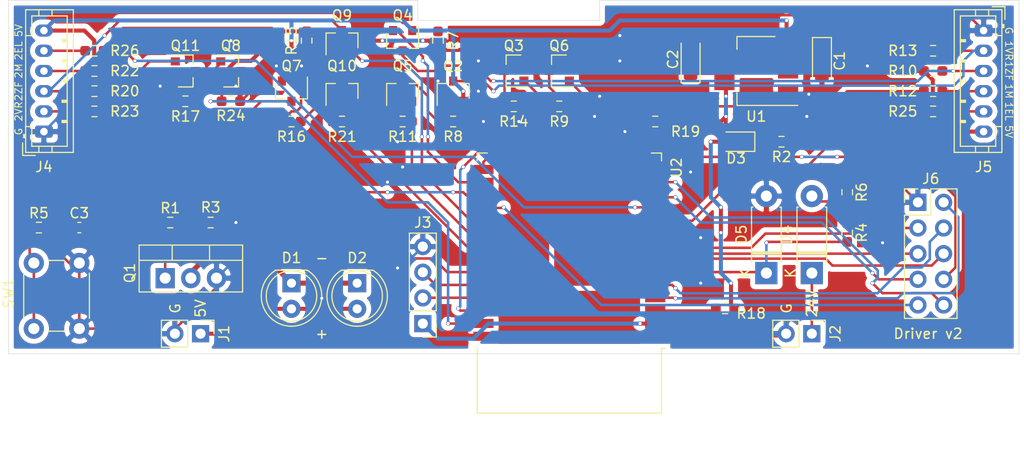
<source format=kicad_pcb>
(kicad_pcb (version 20171130) (host pcbnew "(5.1.10)-1")
  (layers (0 F.Cu signal) (31 B.Cu signal) (34 B.Paste user) (35 F.Paste user) (36 B.SilkS user) (37 F.SilkS user) (38 B.Mask user) (39 F.Mask user) (44 Edge.Cuts user))
  (net 0 "")
  (net 1 GND)
  (net 2 +5VD)
  (net 3 +3V3)
  (net 4 GPIO16)
  (net 5 +5V)
  (net 6 "Net-(D1-Pad1)")
  (net 7 "Net-(D3-Pad1)")
  (net 8 "Net-(D4-Pad1)")
  (net 9 "Net-(D4-Pad2)")
  (net 10 GPIO34)
  (net 11 TX0)
  (net 12 RX0)
  (net 13 2VR)
  (net 14 2ZF)
  (net 15 2M)
  (net 16 2EL)
  (net 17 1EL)
  (net 18 1M)
  (net 19 1ZF)
  (net 20 1VR)
  (net 21 VP)
  (net 22 GPIO33)
  (net 23 VN)
  (net 24 GPIO32)
  (net 25 GPIO35)
  (net 26 GPIO27)
  (net 27 GPIO13)
  (net 28 GPIO17)
  (net 29 GPIO14)
  (net 30 "Net-(Q1-Pad1)")
  (net 31 "Net-(Q2-Pad1)")
  (net 32 GPIO22)
  (net 33 "Net-(Q3-Pad1)")
  (net 34 GPIO4)
  (net 35 "Net-(Q4-Pad1)")
  (net 36 "Net-(Q5-Pad3)")
  (net 37 "Net-(Q5-Pad1)")
  (net 38 "Net-(Q6-Pad1)")
  (net 39 "Net-(Q6-Pad3)")
  (net 40 "Net-(Q7-Pad1)")
  (net 41 "Net-(Q8-Pad1)")
  (net 42 GPIO23)
  (net 43 GPIO5)
  (net 44 "Net-(Q9-Pad1)")
  (net 45 "Net-(Q10-Pad1)")
  (net 46 "Net-(Q10-Pad3)")
  (net 47 "Net-(Q11-Pad3)")
  (net 48 "Net-(Q11-Pad1)")
  (net 49 GPIO21)
  (net 50 "Net-(R5-Pad1)")
  (net 51 GPIO18)
  (net 52 EN)
  (net 53 GPIO0)
  (net 54 GPIO19)
  (net 55 GPIO25)
  (net 56 GPIO26)
  (net 57 "Net-(U2-Pad14)")
  (net 58 "Net-(U2-Pad17)")
  (net 59 "Net-(U2-Pad18)")
  (net 60 "Net-(U2-Pad19)")
  (net 61 "Net-(U2-Pad20)")
  (net 62 "Net-(U2-Pad21)")
  (net 63 "Net-(U2-Pad22)")
  (net 64 "Net-(U2-Pad23)")
  (net 65 "Net-(U2-Pad24)")
  (module Capacitor_Tantalum_SMD:CP_EIA-3216-18_Kemet-A (layer F.Cu) (at 80.5 6 270)
    (fp_text reference C1 (at 0 -1.75 90) (layer F.SilkS))
    (fp_text value 4.7u)
    (pad 2 smd roundrect (at 1.35 0 270) (size 1.4 1.35) (layers F.Cu F.Paste F.Mask) (roundrect_rratio 0.185185) (net 1 GND))
    (pad 1 smd roundrect (at -1.35 0 270) (size 1.4 1.35) (layers F.Cu F.Paste F.Mask) (roundrect_rratio 0.185185) (net 2 +5VD))
  )
  (module Capacitor_Tantalum_SMD:CP_EIA-3216-18_Kemet-A (layer F.Cu) (at 67.5 5.85 90)
    (fp_text reference C2 (at 0 -1.75 90) (layer F.SilkS))
    (fp_text value 4.7u)
    (pad 1 smd roundrect (at -1.35 0 90) (size 1.4 1.35) (layers F.Cu F.Paste F.Mask) (roundrect_rratio 0.185185) (net 3 +3V3))
    (pad 2 smd roundrect (at 1.35 0 90) (size 1.4 1.35) (layers F.Cu F.Paste F.Mask) (roundrect_rratio 0.185185) (net 1 GND))
  )
  (module Capacitor_SMD:C_0603_1608Metric_Pad1.08x0.95mm_HandSolder (layer F.Cu) (at 7 22.5)
    (fp_text reference C3 (at 0 -1.43) (layer F.SilkS))
    (fp_text value 0.1u)
    (pad 1 smd roundrect (at -0.8625 0) (size 1.075 0.95) (layers F.Cu F.Paste F.Mask) (net 4 GPIO16))
    (pad 2 smd roundrect (at 0.8625 0) (size 1.075 0.95) (layers F.Cu F.Paste F.Mask) (net 1 GND))
  )
  (module LED_THT:LED_D5.0mm (layer F.Cu) (at 28 28 270)
    (fp_text reference D1 (at -2.5 0 180) (layer F.SilkS))
    (fp_text value LED)
    (pad 2 thru_hole circle (at 2.54 0 270) (size 1.8 1.8) (drill 0.9) (layers *.Cu *.Mask) (net 5 +5V))
    (pad 1 thru_hole rect (at 0 0 270) (size 1.8 1.8) (drill 0.9) (layers *.Cu *.Mask) (net 6 "Net-(D1-Pad1)"))
  )
  (module LED_THT:LED_D5.0mm (layer F.Cu) (at 34.5 28 270)
    (fp_text reference D2 (at -2.5 0 180) (layer F.SilkS))
    (fp_text value LED)
    (pad 1 thru_hole rect (at 0 0 270) (size 1.8 1.8) (drill 0.9) (layers *.Cu *.Mask) (net 6 "Net-(D1-Pad1)"))
    (pad 2 thru_hole circle (at 2.54 0 270) (size 1.8 1.8) (drill 0.9) (layers *.Cu *.Mask) (net 5 +5V))
  )
  (module LED_SMD:LED_0805_2012Metric_Pad1.15x1.40mm_HandSolder (layer F.Cu) (at 72 14 180)
    (fp_text reference D3 (at 0 -1.65) (layer F.SilkS))
    (fp_text value LED)
    (pad 1 smd roundrect (at -1.025 0 180) (size 1.15 1.4) (layers F.Cu F.Paste F.Mask) (roundrect_rratio 0.217391) (net 7 "Net-(D3-Pad1)"))
    (pad 2 smd roundrect (at 1.025 0 180) (size 1.15 1.4) (layers F.Cu F.Paste F.Mask) (roundrect_rratio 0.217391) (net 3 +3V3))
  )
  (module Diode_THT:D_DO-41_SOD81_P7.62mm_Horizontal (layer F.Cu) (at 79.5 27 90)
    (fp_text reference D4 (at 3.81 -2.47 90) (layer F.SilkS))
    (fp_text value Zenor_20V)
    (fp_text user K (at 0 -2.1 90) (layer F.SilkS))
    (pad 1 thru_hole rect (at 0 0 90) (size 2.2 2.2) (drill 1.1) (layers *.Cu *.Mask) (net 8 "Net-(D4-Pad1)"))
    (pad 2 thru_hole oval (at 7.62 0 90) (size 2.2 2.2) (drill 1.1) (layers *.Cu *.Mask) (net 9 "Net-(D4-Pad2)"))
  )
  (module Diode_THT:D_DO-41_SOD81_P7.62mm_Horizontal (layer F.Cu) (at 75 27 90)
    (fp_text reference D5 (at 3.81 -2.47 90) (layer F.SilkS))
    (fp_text value Zenor_3.3V)
    (fp_text user K (at 0 -2.1 90) (layer F.SilkS))
    (pad 2 thru_hole oval (at 7.62 0 90) (size 2.2 2.2) (drill 1.1) (layers *.Cu *.Mask) (net 1 GND))
    (pad 1 thru_hole rect (at 0 0 90) (size 2.2 2.2) (drill 1.1) (layers *.Cu *.Mask) (net 10 GPIO34))
  )
  (module Connector_PinHeader_2.54mm:PinHeader_1x02_P2.54mm_Vertical (layer F.Cu) (at 19 33 270)
    (fp_text reference J1 (at 0 -2.33 90) (layer F.SilkS))
    (fp_text value Pwr)
    (pad 2 thru_hole oval (at 0 2.54 270) (size 1.7 1.7) (drill 1) (layers *.Cu *.Mask) (net 1 GND))
    (pad 1 thru_hole rect (at 0 0 270) (size 1.7 1.7) (drill 1) (layers *.Cu *.Mask) (net 5 +5V))
  )
  (module Connector_PinHeader_2.54mm:PinHeader_1x02_P2.54mm_Vertical (layer F.Cu) (at 79.5 33 270)
    (fp_text reference J2 (at 0 -2.33 90) (layer F.SilkS))
    (fp_text value Batt)
    (pad 1 thru_hole rect (at 0 0 270) (size 1.7 1.7) (drill 1) (layers *.Cu *.Mask) (net 8 "Net-(D4-Pad1)"))
    (pad 2 thru_hole oval (at 0 2.54 270) (size 1.7 1.7) (drill 1) (layers *.Cu *.Mask) (net 1 GND))
  )
  (module Connector_PinHeader_2.54mm:PinHeader_1x04_P2.54mm_Vertical (layer F.Cu) (at 41 32 180)
    (fp_text reference J3 (at 0 10) (layer F.SilkS))
    (fp_text value Conn_01x04)
    (pad 1 thru_hole rect (at 0 0 180) (size 1.7 1.7) (drill 1) (layers *.Cu *.Mask) (net 3 +3V3))
    (pad 2 thru_hole oval (at 0 2.54 180) (size 1.7 1.7) (drill 1) (layers *.Cu *.Mask) (net 11 TX0))
    (pad 3 thru_hole oval (at 0 5.08 180) (size 1.7 1.7) (drill 1) (layers *.Cu *.Mask) (net 12 RX0))
    (pad 4 thru_hole oval (at 0 7.62 180) (size 1.7 1.7) (drill 1) (layers *.Cu *.Mask) (net 1 GND))
  )
  (module Connector_JST:JST_PH_B6B-PH-K_1x06_P2.00mm_Vertical (layer F.Cu) (at 3.5 13 90)
    (fp_text reference J4 (at -3.5 0 180) (layer F.SilkS))
    (fp_text value Conn_01x06)
    (pad 6 thru_hole oval (at 10 0 90) (size 1.2 1.75) (drill 0.75) (layers *.Cu *.Mask) (net 2 +5VD))
    (pad 5 thru_hole oval (at 8 0 90) (size 1.2 1.75) (drill 0.75) (layers *.Cu *.Mask) (net 16 2EL))
    (pad 4 thru_hole oval (at 6 0 90) (size 1.2 1.75) (drill 0.75) (layers *.Cu *.Mask) (net 15 2M))
    (pad 3 thru_hole oval (at 4 0 90) (size 1.2 1.75) (drill 0.75) (layers *.Cu *.Mask) (net 14 2ZF))
    (pad 2 thru_hole oval (at 2 0 90) (size 1.2 1.75) (drill 0.75) (layers *.Cu *.Mask) (net 13 2VR))
    (pad 1 thru_hole roundrect (at 0 0 90) (size 1.2 1.75) (drill 0.75) (layers *.Cu *.Mask) (roundrect_rratio 0.208333) (net 1 GND))
  )
  (module Connector_JST:JST_PH_B6B-PH-K_1x06_P2.00mm_Vertical (layer F.Cu) (at 96.5 3 270)
    (fp_text reference J5 (at 13.5 0 180) (layer F.SilkS))
    (fp_text value Conn_01x06)
    (pad 1 thru_hole roundrect (at 0 0 270) (size 1.2 1.75) (drill 0.75) (layers *.Cu *.Mask) (roundrect_rratio 0.208333) (net 1 GND))
    (pad 2 thru_hole oval (at 2 0 270) (size 1.2 1.75) (drill 0.75) (layers *.Cu *.Mask) (net 20 1VR))
    (pad 3 thru_hole oval (at 4 0 270) (size 1.2 1.75) (drill 0.75) (layers *.Cu *.Mask) (net 19 1ZF))
    (pad 4 thru_hole oval (at 6 0 270) (size 1.2 1.75) (drill 0.75) (layers *.Cu *.Mask) (net 18 1M))
    (pad 5 thru_hole oval (at 8 0 270) (size 1.2 1.75) (drill 0.75) (layers *.Cu *.Mask) (net 17 1EL))
    (pad 6 thru_hole oval (at 10 0 270) (size 1.2 1.75) (drill 0.75) (layers *.Cu *.Mask) (net 2 +5VD))
  )
  (module Connector_PinHeader_2.54mm:PinHeader_2x05_P2.54mm_Vertical (layer F.Cu) (at 90 20)
    (fp_text reference J6 (at 1.27 -2.33) (layer F.SilkS))
    (fp_text value Conn_02x05_Odd_Even)
    (pad 1 thru_hole rect (at 0 0) (size 1.7 1.7) (drill 1) (layers *.Cu *.Mask) (net 1 GND))
    (pad 2 thru_hole oval (at 2.54 0) (size 1.7 1.7) (drill 1) (layers *.Cu *.Mask) (net 21 VP))
    (pad 3 thru_hole oval (at 0 2.54) (size 1.7 1.7) (drill 1) (layers *.Cu *.Mask) (net 22 GPIO33))
    (pad 4 thru_hole oval (at 2.54 2.54) (size 1.7 1.7) (drill 1) (layers *.Cu *.Mask) (net 23 VN))
    (pad 5 thru_hole oval (at 0 5.08) (size 1.7 1.7) (drill 1) (layers *.Cu *.Mask) (net 24 GPIO32))
    (pad 6 thru_hole oval (at 2.54 5.08) (size 1.7 1.7) (drill 1) (layers *.Cu *.Mask) (net 25 GPIO35))
    (pad 7 thru_hole oval (at 0 7.62) (size 1.7 1.7) (drill 1) (layers *.Cu *.Mask) (net 26 GPIO27))
    (pad 8 thru_hole oval (at 2.54 7.62) (size 1.7 1.7) (drill 1) (layers *.Cu *.Mask) (net 27 GPIO13))
    (pad 9 thru_hole oval (at 0 10.16) (size 1.7 1.7) (drill 1) (layers *.Cu *.Mask) (net 28 GPIO17))
    (pad 10 thru_hole oval (at 2.54 10.16) (size 1.7 1.7) (drill 1) (layers *.Cu *.Mask) (net 29 GPIO14))
  )
  (module Package_TO_SOT_THT:TO-220-3_Vertical (layer F.Cu) (at 15.5 27.5)
    (fp_text reference Q1 (at -3.5 -0.5 90) (layer F.SilkS))
    (fp_text value IRF540N)
    (pad 1 thru_hole rect (at 0 0) (size 1.905 2) (drill 1.1) (layers *.Cu *.Mask) (net 30 "Net-(Q1-Pad1)"))
    (pad 2 thru_hole oval (at 2.54 0) (size 1.905 2) (drill 1.1) (layers *.Cu *.Mask) (net 6 "Net-(D1-Pad1)"))
    (pad 3 thru_hole oval (at 5.08 0) (size 1.905 2) (drill 1.1) (layers *.Cu *.Mask) (net 1 GND))
  )
  (module Package_TO_SOT_SMD:SOT-23 (layer F.Cu) (at 44 9 90)
    (fp_text reference Q2 (at 2.5 0 180) (layer F.SilkS))
    (fp_text value BC856B)
    (pad 1 smd rect (at -1 -0.95 90) (size 0.9 0.8) (layers F.Cu F.Paste F.Mask) (net 31 "Net-(Q2-Pad1)"))
    (pad 2 smd rect (at -1 0.95 90) (size 0.9 0.8) (layers F.Cu F.Paste F.Mask) (net 2 +5VD))
    (pad 3 smd rect (at 1 0 90) (size 0.9 0.8) (layers F.Cu F.Paste F.Mask) (net 20 1VR))
  )
  (module Package_TO_SOT_SMD:SOT-23 (layer F.Cu) (at 50 7 180)
    (fp_text reference Q3 (at 0 2.5) (layer F.SilkS))
    (fp_text value BC856B)
    (pad 3 smd rect (at 1 0 180) (size 0.9 0.8) (layers F.Cu F.Paste F.Mask) (net 32 GPIO22))
    (pad 2 smd rect (at -1 0.95 180) (size 0.9 0.8) (layers F.Cu F.Paste F.Mask) (net 3 +3V3))
    (pad 1 smd rect (at -1 -0.95 180) (size 0.9 0.8) (layers F.Cu F.Paste F.Mask) (net 33 "Net-(Q3-Pad1)"))
  )
  (module Package_TO_SOT_SMD:SOT-23 (layer F.Cu) (at 39 4 270)
    (fp_text reference Q4 (at -2.5 0 180) (layer F.SilkS))
    (fp_text value NPN)
    (pad 3 smd rect (at 1 0 270) (size 0.9 0.8) (layers F.Cu F.Paste F.Mask) (net 19 1ZF))
    (pad 2 smd rect (at -1 0.95 270) (size 0.9 0.8) (layers F.Cu F.Paste F.Mask) (net 34 GPIO4))
    (pad 1 smd rect (at -1 -0.95 270) (size 0.9 0.8) (layers F.Cu F.Paste F.Mask) (net 35 "Net-(Q4-Pad1)"))
  )
  (module Package_TO_SOT_SMD:SOT-23 (layer F.Cu) (at 39 9 90)
    (fp_text reference Q5 (at 2.5 0 180) (layer F.SilkS))
    (fp_text value BC846)
    (pad 3 smd rect (at 1 0 90) (size 0.9 0.8) (layers F.Cu F.Paste F.Mask) (net 36 "Net-(Q5-Pad3)"))
    (pad 2 smd rect (at -1 0.95 90) (size 0.9 0.8) (layers F.Cu F.Paste F.Mask) (net 1 GND))
    (pad 1 smd rect (at -1 -0.95 90) (size 0.9 0.8) (layers F.Cu F.Paste F.Mask) (net 37 "Net-(Q5-Pad1)"))
  )
  (module Package_TO_SOT_SMD:SOT-23 (layer F.Cu) (at 54.5 7 180)
    (fp_text reference Q6 (at 0 2.5) (layer F.SilkS))
    (fp_text value BC846)
    (pad 1 smd rect (at -1 -0.95 180) (size 0.9 0.8) (layers F.Cu F.Paste F.Mask) (net 38 "Net-(Q6-Pad1)"))
    (pad 2 smd rect (at -1 0.95 180) (size 0.9 0.8) (layers F.Cu F.Paste F.Mask) (net 1 GND))
    (pad 3 smd rect (at 1 0 180) (size 0.9 0.8) (layers F.Cu F.Paste F.Mask) (net 39 "Net-(Q6-Pad3)"))
  )
  (module Package_TO_SOT_SMD:SOT-23 (layer F.Cu) (at 28 9 270)
    (fp_text reference Q7 (at -2.5 0 180) (layer F.SilkS))
    (fp_text value BC856B)
    (pad 1 smd rect (at -1 -0.95 270) (size 0.9 0.8) (layers F.Cu F.Paste F.Mask) (net 40 "Net-(Q7-Pad1)"))
    (pad 2 smd rect (at -1 0.95 270) (size 0.9 0.8) (layers F.Cu F.Paste F.Mask) (net 2 +5VD))
    (pad 3 smd rect (at 1 0 270) (size 0.9 0.8) (layers F.Cu F.Paste F.Mask) (net 13 2VR))
  )
  (module Package_TO_SOT_SMD:SOT-23 (layer F.Cu) (at 22 7)
    (fp_text reference Q8 (at 0 -2.5) (layer F.SilkS))
    (fp_text value BC856B)
    (pad 1 smd rect (at -1 -0.95) (size 0.9 0.8) (layers F.Cu F.Paste F.Mask) (net 41 "Net-(Q8-Pad1)"))
    (pad 2 smd rect (at -1 0.95) (size 0.9 0.8) (layers F.Cu F.Paste F.Mask) (net 3 +3V3))
    (pad 3 smd rect (at 1 0) (size 0.9 0.8) (layers F.Cu F.Paste F.Mask) (net 42 GPIO23))
  )
  (module Package_TO_SOT_SMD:SOT-23 (layer F.Cu) (at 33 4 90)
    (fp_text reference Q9 (at 2.5 0 180) (layer F.SilkS))
    (fp_text value NPN)
    (pad 3 smd rect (at 1 0 90) (size 0.9 0.8) (layers F.Cu F.Paste F.Mask) (net 14 2ZF))
    (pad 2 smd rect (at -1 0.95 90) (size 0.9 0.8) (layers F.Cu F.Paste F.Mask) (net 43 GPIO5))
    (pad 1 smd rect (at -1 -0.95 90) (size 0.9 0.8) (layers F.Cu F.Paste F.Mask) (net 44 "Net-(Q9-Pad1)"))
  )
  (module Package_TO_SOT_SMD:SOT-23 (layer F.Cu) (at 33 9 90)
    (fp_text reference Q10 (at 2.5 0 180) (layer F.SilkS))
    (fp_text value BC846)
    (pad 1 smd rect (at -1 -0.95 90) (size 0.9 0.8) (layers F.Cu F.Paste F.Mask) (net 45 "Net-(Q10-Pad1)"))
    (pad 2 smd rect (at -1 0.95 90) (size 0.9 0.8) (layers F.Cu F.Paste F.Mask) (net 1 GND))
    (pad 3 smd rect (at 1 0 90) (size 0.9 0.8) (layers F.Cu F.Paste F.Mask) (net 46 "Net-(Q10-Pad3)"))
  )
  (module Package_TO_SOT_SMD:SOT-23 (layer F.Cu) (at 17.5 7)
    (fp_text reference Q11 (at 0 -2.5) (layer F.SilkS))
    (fp_text value BC846)
    (pad 3 smd rect (at 1 0) (size 0.9 0.8) (layers F.Cu F.Paste F.Mask) (net 47 "Net-(Q11-Pad3)"))
    (pad 2 smd rect (at -1 0.95) (size 0.9 0.8) (layers F.Cu F.Paste F.Mask) (net 1 GND))
    (pad 1 smd rect (at -1 -0.95) (size 0.9 0.8) (layers F.Cu F.Paste F.Mask) (net 48 "Net-(Q11-Pad1)"))
  )
  (module Resistor_SMD:R_0603_1608Metric_Pad0.98x0.95mm_HandSolder (layer F.Cu) (at 16 22)
    (fp_text reference R1 (at 0 -1.43) (layer F.SilkS))
    (fp_text value 0)
    (pad 2 smd roundrect (at 0.9125 0) (size 0.975 0.95) (layers F.Cu F.Paste F.Mask) (net 49 GPIO21))
    (pad 1 smd roundrect (at -0.9125 0) (size 0.975 0.95) (layers F.Cu F.Paste F.Mask) (net 30 "Net-(Q1-Pad1)"))
  )
  (module Resistor_SMD:R_0603_1608Metric_Pad0.98x0.95mm_HandSolder (layer F.Cu) (at 76.5 14)
    (fp_text reference R2 (at 0 1.5) (layer F.SilkS))
    (fp_text value 470)
    (pad 2 smd roundrect (at 0.9125 0) (size 0.975 0.95) (layers F.Cu F.Paste F.Mask) (net 1 GND))
    (pad 1 smd roundrect (at -0.9125 0) (size 0.975 0.95) (layers F.Cu F.Paste F.Mask) (net 7 "Net-(D3-Pad1)"))
  )
  (module Resistor_SMD:R_0603_1608Metric_Pad0.98x0.95mm_HandSolder (layer F.Cu) (at 20 22 180)
    (fp_text reference R3 (at 0 1.5) (layer F.SilkS))
    (fp_text value 10k)
    (pad 1 smd roundrect (at -0.9125 0 180) (size 0.975 0.95) (layers F.Cu F.Paste F.Mask) (net 1 GND))
    (pad 2 smd roundrect (at 0.9125 0 180) (size 0.975 0.95) (layers F.Cu F.Paste F.Mask) (net 49 GPIO21))
  )
  (module Resistor_SMD:R_0603_1608Metric_Pad0.98x0.95mm_HandSolder (layer F.Cu) (at 83 23 270)
    (fp_text reference R4 (at 0 -1.43 90) (layer F.SilkS))
    (fp_text value 100)
    (pad 1 smd roundrect (at -0.9125 0 270) (size 0.975 0.95) (layers F.Cu F.Paste F.Mask) (net 9 "Net-(D4-Pad2)"))
    (pad 2 smd roundrect (at 0.9125 0 270) (size 0.975 0.95) (layers F.Cu F.Paste F.Mask) (net 10 GPIO34))
  )
  (module Resistor_SMD:R_0603_1608Metric_Pad0.98x0.95mm_HandSolder (layer F.Cu) (at 3 22.5)
    (fp_text reference R5 (at 0 -1.43) (layer F.SilkS))
    (fp_text value 100)
    (pad 1 smd roundrect (at -0.9125 0) (size 0.975 0.95) (layers F.Cu F.Paste F.Mask) (net 50 "Net-(R5-Pad1)"))
    (pad 2 smd roundrect (at 0.9125 0) (size 0.975 0.95) (layers F.Cu F.Paste F.Mask) (net 4 GPIO16))
  )
  (module Resistor_SMD:R_0603_1608Metric_Pad0.98x0.95mm_HandSolder (layer F.Cu) (at 83 19 270)
    (fp_text reference R6 (at 0 -1.43 90) (layer F.SilkS))
    (fp_text value 100k)
    (pad 2 smd roundrect (at 0.9125 0 270) (size 0.975 0.95) (layers F.Cu F.Paste F.Mask) (net 9 "Net-(D4-Pad2)"))
    (pad 1 smd roundrect (at -0.9125 0 270) (size 0.975 0.95) (layers F.Cu F.Paste F.Mask) (net 1 GND))
  )
  (module Resistor_SMD:R_0603_1608Metric_Pad0.98x0.95mm_HandSolder (layer F.Cu) (at 42.5 4 270)
    (fp_text reference R7 (at 0 -1.5 90) (layer F.SilkS))
    (fp_text value 10k)
    (pad 1 smd roundrect (at -0.9125 0 270) (size 0.975 0.95) (layers F.Cu F.Paste F.Mask) (net 35 "Net-(Q4-Pad1)"))
    (pad 2 smd roundrect (at 0.9125 0 270) (size 0.975 0.95) (layers F.Cu F.Paste F.Mask) (net 3 +3V3))
  )
  (module Resistor_SMD:R_0603_1608Metric_Pad0.98x0.95mm_HandSolder (layer F.Cu) (at 44 12 180)
    (fp_text reference R8 (at 0 -1.5) (layer F.SilkS))
    (fp_text value 10k)
    (pad 2 smd roundrect (at 0.9125 0 180) (size 0.975 0.95) (layers F.Cu F.Paste F.Mask) (net 36 "Net-(Q5-Pad3)"))
    (pad 1 smd roundrect (at -0.9125 0 180) (size 0.975 0.95) (layers F.Cu F.Paste F.Mask) (net 31 "Net-(Q2-Pad1)"))
  )
  (module Resistor_SMD:R_0603_1608Metric_Pad0.98x0.95mm_HandSolder (layer F.Cu) (at 54.5 10.5)
    (fp_text reference R9 (at 0 1.5) (layer F.SilkS))
    (fp_text value 10k)
    (pad 1 smd roundrect (at -0.9125 0) (size 0.975 0.95) (layers F.Cu F.Paste F.Mask) (net 33 "Net-(Q3-Pad1)"))
    (pad 2 smd roundrect (at 0.9125 0) (size 0.975 0.95) (layers F.Cu F.Paste F.Mask) (net 39 "Net-(Q6-Pad3)"))
  )
  (module Resistor_SMD:R_0603_1608Metric_Pad0.98x0.95mm_HandSolder (layer F.Cu) (at 91.5 7)
    (fp_text reference R10 (at -3 0) (layer F.SilkS))
    (fp_text value 10k)
    (pad 2 smd roundrect (at 0.9125 0) (size 0.975 0.95) (layers F.Cu F.Paste F.Mask) (net 19 1ZF))
    (pad 1 smd roundrect (at -0.9125 0) (size 0.975 0.95) (layers F.Cu F.Paste F.Mask) (net 2 +5VD))
  )
  (module Resistor_SMD:R_0603_1608Metric_Pad0.98x0.95mm_HandSolder (layer F.Cu) (at 39 12)
    (fp_text reference R11 (at 0 1.5) (layer F.SilkS))
    (fp_text value 10k)
    (pad 1 smd roundrect (at -0.9125 0) (size 0.975 0.95) (layers F.Cu F.Paste F.Mask) (net 37 "Net-(Q5-Pad1)"))
    (pad 2 smd roundrect (at 0.9125 0) (size 0.975 0.95) (layers F.Cu F.Paste F.Mask) (net 51 GPIO18))
  )
  (module Resistor_SMD:R_0603_1608Metric_Pad0.98x0.95mm_HandSolder (layer F.Cu) (at 91.5 9)
    (fp_text reference R12 (at -3 0) (layer F.SilkS))
    (fp_text value 10k)
    (pad 2 smd roundrect (at 0.9125 0) (size 0.975 0.95) (layers F.Cu F.Paste F.Mask) (net 18 1M))
    (pad 1 smd roundrect (at -0.9125 0) (size 0.975 0.95) (layers F.Cu F.Paste F.Mask) (net 38 "Net-(Q6-Pad1)"))
  )
  (module Resistor_SMD:R_0603_1608Metric_Pad0.98x0.95mm_HandSolder (layer F.Cu) (at 91.5 5)
    (fp_text reference R13 (at -3 0) (layer F.SilkS))
    (fp_text value 10k)
    (pad 1 smd roundrect (at -0.9125 0) (size 0.975 0.95) (layers F.Cu F.Paste F.Mask) (net 1 GND))
    (pad 2 smd roundrect (at 0.9125 0) (size 0.975 0.95) (layers F.Cu F.Paste F.Mask) (net 20 1VR))
  )
  (module Resistor_SMD:R_0603_1608Metric_Pad0.98x0.95mm_HandSolder (layer F.Cu) (at 50 10.5 180)
    (fp_text reference R14 (at 0 -1.5) (layer F.SilkS))
    (fp_text value 10k)
    (pad 2 smd roundrect (at 0.9125 0 180) (size 0.975 0.95) (layers F.Cu F.Paste F.Mask) (net 32 GPIO22))
    (pad 1 smd roundrect (at -0.9125 0 180) (size 0.975 0.95) (layers F.Cu F.Paste F.Mask) (net 1 GND))
  )
  (module Resistor_SMD:R_0603_1608Metric_Pad0.98x0.95mm_HandSolder (layer F.Cu) (at 29.5 4 90)
    (fp_text reference R15 (at 0 -1.5 90) (layer F.SilkS))
    (fp_text value 10k)
    (pad 2 smd roundrect (at 0.9125 0 90) (size 0.975 0.95) (layers F.Cu F.Paste F.Mask) (net 3 +3V3))
    (pad 1 smd roundrect (at -0.9125 0 90) (size 0.975 0.95) (layers F.Cu F.Paste F.Mask) (net 44 "Net-(Q9-Pad1)"))
  )
  (module Resistor_SMD:R_0603_1608Metric_Pad0.98x0.95mm_HandSolder (layer F.Cu) (at 28 12)
    (fp_text reference R16 (at 0 1.5) (layer F.SilkS))
    (fp_text value 10k)
    (pad 1 smd roundrect (at -0.9125 0) (size 0.975 0.95) (layers F.Cu F.Paste F.Mask) (net 40 "Net-(Q7-Pad1)"))
    (pad 2 smd roundrect (at 0.9125 0) (size 0.975 0.95) (layers F.Cu F.Paste F.Mask) (net 46 "Net-(Q10-Pad3)"))
  )
  (module Resistor_SMD:R_0603_1608Metric_Pad0.98x0.95mm_HandSolder (layer F.Cu) (at 17.5 10 180)
    (fp_text reference R17 (at 0 -1.5) (layer F.SilkS))
    (fp_text value 10k)
    (pad 2 smd roundrect (at 0.9125 0 180) (size 0.975 0.95) (layers F.Cu F.Paste F.Mask) (net 47 "Net-(Q11-Pad3)"))
    (pad 1 smd roundrect (at -0.9125 0 180) (size 0.975 0.95) (layers F.Cu F.Paste F.Mask) (net 41 "Net-(Q8-Pad1)"))
  )
  (module Resistor_SMD:R_0603_1608Metric_Pad0.98x0.95mm_HandSolder (layer F.Cu) (at 70.9125 30.5 180)
    (fp_text reference R18 (at -2.5875 -0.5) (layer F.SilkS))
    (fp_text value 10k)
    (pad 1 smd roundrect (at -0.9125 0 180) (size 0.975 0.95) (layers F.Cu F.Paste F.Mask) (net 3 +3V3))
    (pad 2 smd roundrect (at 0.9125 0 180) (size 0.975 0.95) (layers F.Cu F.Paste F.Mask) (net 52 EN))
  )
  (module Resistor_SMD:R_0603_1608Metric_Pad0.98x0.95mm_HandSolder (layer F.Cu) (at 64 12 180)
    (fp_text reference R19 (at -3 -1) (layer F.SilkS))
    (fp_text value 10k)
    (pad 2 smd roundrect (at 0.9125 0 180) (size 0.975 0.95) (layers F.Cu F.Paste F.Mask) (net 53 GPIO0))
    (pad 1 smd roundrect (at -0.9125 0 180) (size 0.975 0.95) (layers F.Cu F.Paste F.Mask) (net 3 +3V3))
  )
  (module Resistor_SMD:R_0603_1608Metric_Pad0.98x0.95mm_HandSolder (layer F.Cu) (at 8.5 9 180)
    (fp_text reference R20 (at -3 0) (layer F.SilkS))
    (fp_text value 10k)
    (pad 1 smd roundrect (at -0.9125 0 180) (size 0.975 0.95) (layers F.Cu F.Paste F.Mask) (net 2 +5VD))
    (pad 2 smd roundrect (at 0.9125 0 180) (size 0.975 0.95) (layers F.Cu F.Paste F.Mask) (net 14 2ZF))
  )
  (module Resistor_SMD:R_0603_1608Metric_Pad0.98x0.95mm_HandSolder (layer F.Cu) (at 33 12)
    (fp_text reference R21 (at 0 1.5) (layer F.SilkS))
    (fp_text value 10k)
    (pad 2 smd roundrect (at 0.9125 0) (size 0.975 0.95) (layers F.Cu F.Paste F.Mask) (net 54 GPIO19))
    (pad 1 smd roundrect (at -0.9125 0) (size 0.975 0.95) (layers F.Cu F.Paste F.Mask) (net 45 "Net-(Q10-Pad1)"))
  )
  (module Resistor_SMD:R_0603_1608Metric_Pad0.98x0.95mm_HandSolder (layer F.Cu) (at 8.5 7 180)
    (fp_text reference R22 (at -3 0) (layer F.SilkS))
    (fp_text value 10k)
    (pad 1 smd roundrect (at -0.9125 0 180) (size 0.975 0.95) (layers F.Cu F.Paste F.Mask) (net 48 "Net-(Q11-Pad1)"))
    (pad 2 smd roundrect (at 0.9125 0 180) (size 0.975 0.95) (layers F.Cu F.Paste F.Mask) (net 15 2M))
  )
  (module Resistor_SMD:R_0603_1608Metric_Pad0.98x0.95mm_HandSolder (layer F.Cu) (at 8.5 11 180)
    (fp_text reference R23 (at -3 0) (layer F.SilkS))
    (fp_text value 10k)
    (pad 2 smd roundrect (at 0.9125 0 180) (size 0.975 0.95) (layers F.Cu F.Paste F.Mask) (net 13 2VR))
    (pad 1 smd roundrect (at -0.9125 0 180) (size 0.975 0.95) (layers F.Cu F.Paste F.Mask) (net 1 GND))
  )
  (module Resistor_SMD:R_0603_1608Metric_Pad0.98x0.95mm_HandSolder (layer F.Cu) (at 22 10 180)
    (fp_text reference R24 (at 0 -1.43) (layer F.SilkS))
    (fp_text value 10k)
    (pad 1 smd roundrect (at -0.9125 0 180) (size 0.975 0.95) (layers F.Cu F.Paste F.Mask) (net 1 GND))
    (pad 2 smd roundrect (at 0.9125 0 180) (size 0.975 0.95) (layers F.Cu F.Paste F.Mask) (net 42 GPIO23))
  )
  (module Resistor_SMD:R_0603_1608Metric_Pad0.98x0.95mm_HandSolder (layer F.Cu) (at 91.5 11)
    (fp_text reference R25 (at -3 0) (layer F.SilkS))
    (fp_text value 100)
    (pad 1 smd roundrect (at -0.9125 0) (size 0.975 0.95) (layers F.Cu F.Paste F.Mask) (net 55 GPIO25))
    (pad 2 smd roundrect (at 0.9125 0) (size 0.975 0.95) (layers F.Cu F.Paste F.Mask) (net 17 1EL))
  )
  (module Resistor_SMD:R_0603_1608Metric_Pad0.98x0.95mm_HandSolder (layer F.Cu) (at 8.5 5 180)
    (fp_text reference R26 (at -3 0) (layer F.SilkS))
    (fp_text value 100)
    (pad 2 smd roundrect (at 0.9125 0 180) (size 0.975 0.95) (layers F.Cu F.Paste F.Mask) (net 16 2EL))
    (pad 1 smd roundrect (at -0.9125 0 180) (size 0.975 0.95) (layers F.Cu F.Paste F.Mask) (net 56 GPIO26))
  )
  (module Button_Switch_THT:SW_PUSH_6mm (layer F.Cu) (at 7 26 270)
    (fp_text reference SW1 (at 3 7 90) (layer F.SilkS))
    (fp_text value SW_Push)
    (pad 2 thru_hole circle (at 0 4.5) (size 2 2) (drill 1.1) (layers *.Cu *.Mask) (net 50 "Net-(R5-Pad1)"))
    (pad 1 thru_hole circle (at 0 0) (size 2 2) (drill 1.1) (layers *.Cu *.Mask) (net 1 GND))
    (pad 2 thru_hole circle (at 6.5 4.5) (size 2 2) (drill 1.1) (layers *.Cu *.Mask) (net 50 "Net-(R5-Pad1)"))
    (pad 1 thru_hole circle (at 6.5 0) (size 2 2) (drill 1.1) (layers *.Cu *.Mask) (net 1 GND))
  )
  (module Package_TO_SOT_SMD:SOT-223-3_TabPin2 (layer F.Cu) (at 74 7 180)
    (fp_text reference U1 (at 0 -4.5) (layer F.SilkS))
    (fp_text value LD1117S33TR_SOT223)
    (pad 2 smd rect (at 3.15 0 180) (size 2 3.8) (layers F.Cu F.Paste F.Mask) (net 3 +3V3))
    (pad 2 smd rect (at -3.15 0 180) (size 2 1.5) (layers F.Cu F.Paste F.Mask) (net 3 +3V3))
    (pad 3 smd rect (at -3.15 2.3 180) (size 2 1.5) (layers F.Cu F.Paste F.Mask) (net 2 +5VD))
    (pad 1 smd rect (at -3.15 -2.3 180) (size 2 1.5) (layers F.Cu F.Paste F.Mask) (net 1 GND))
  )
  (module RF_Module:ESP32-WROOM-32 (layer F.Cu) (at 55.5 25 180)
    (fp_text reference U2 (at -10.61 8.43 90) (layer F.SilkS))
    (fp_text value ESP32-WROOM-32D)
    (pad 39 smd rect (at -1 -0.755 180) (size 5 5) (layers F.Cu F.Paste F.Mask))
    (pad 1 smd rect (at -8.5 -8.255 180) (size 2 0.9) (layers F.Cu F.Paste F.Mask) (net 1 GND))
    (pad 2 smd rect (at -8.5 -6.985 180) (size 2 0.9) (layers F.Cu F.Paste F.Mask) (net 3 +3V3))
    (pad 3 smd rect (at -8.5 -5.715 180) (size 2 0.9) (layers F.Cu F.Paste F.Mask) (net 52 EN))
    (pad 4 smd rect (at -8.5 -4.445 180) (size 2 0.9) (layers F.Cu F.Paste F.Mask) (net 21 VP))
    (pad 5 smd rect (at -8.5 -3.175 180) (size 2 0.9) (layers F.Cu F.Paste F.Mask) (net 23 VN))
    (pad 6 smd rect (at -8.5 -1.905 180) (size 2 0.9) (layers F.Cu F.Paste F.Mask) (net 10 GPIO34))
    (pad 7 smd rect (at -8.5 -0.635 180) (size 2 0.9) (layers F.Cu F.Paste F.Mask) (net 25 GPIO35))
    (pad 8 smd rect (at -8.5 0.635 180) (size 2 0.9) (layers F.Cu F.Paste F.Mask) (net 24 GPIO32))
    (pad 9 smd rect (at -8.5 1.905 180) (size 2 0.9) (layers F.Cu F.Paste F.Mask) (net 22 GPIO33))
    (pad 10 smd rect (at -8.5 3.175 180) (size 2 0.9) (layers F.Cu F.Paste F.Mask) (net 55 GPIO25))
    (pad 11 smd rect (at -8.5 4.445 180) (size 2 0.9) (layers F.Cu F.Paste F.Mask) (net 56 GPIO26))
    (pad 12 smd rect (at -8.5 5.715 180) (size 2 0.9) (layers F.Cu F.Paste F.Mask) (net 26 GPIO27))
    (pad 13 smd rect (at -8.5 6.985 180) (size 2 0.9) (layers F.Cu F.Paste F.Mask) (net 29 GPIO14))
    (pad 14 smd rect (at -8.5 8.255 180) (size 2 0.9) (layers F.Cu F.Paste F.Mask) (net 57 "Net-(U2-Pad14)"))
    (pad 15 smd rect (at -5.715 9.255 270) (size 2 0.9) (layers F.Cu F.Paste F.Mask) (net 1 GND))
    (pad 16 smd rect (at -4.445 9.255 270) (size 2 0.9) (layers F.Cu F.Paste F.Mask) (net 27 GPIO13))
    (pad 17 smd rect (at -3.175 9.255 270) (size 2 0.9) (layers F.Cu F.Paste F.Mask) (net 58 "Net-(U2-Pad17)"))
    (pad 18 smd rect (at -1.905 9.255 270) (size 2 0.9) (layers F.Cu F.Paste F.Mask) (net 59 "Net-(U2-Pad18)"))
    (pad 19 smd rect (at -0.635 9.255 270) (size 2 0.9) (layers F.Cu F.Paste F.Mask) (net 60 "Net-(U2-Pad19)"))
    (pad 20 smd rect (at 0.635 9.255 270) (size 2 0.9) (layers F.Cu F.Paste F.Mask) (net 61 "Net-(U2-Pad20)"))
    (pad 21 smd rect (at 1.905 9.255 270) (size 2 0.9) (layers F.Cu F.Paste F.Mask) (net 62 "Net-(U2-Pad21)"))
    (pad 22 smd rect (at 3.175 9.255 270) (size 2 0.9) (layers F.Cu F.Paste F.Mask) (net 63 "Net-(U2-Pad22)"))
    (pad 23 smd rect (at 4.445 9.255 270) (size 2 0.9) (layers F.Cu F.Paste F.Mask) (net 64 "Net-(U2-Pad23)"))
    (pad 24 smd rect (at 5.715 9.255 270) (size 2 0.9) (layers F.Cu F.Paste F.Mask) (net 65 "Net-(U2-Pad24)"))
    (pad 25 smd rect (at 8.5 8.255 180) (size 2 0.9) (layers F.Cu F.Paste F.Mask) (net 53 GPIO0))
    (pad 26 smd rect (at 8.5 6.985 180) (size 2 0.9) (layers F.Cu F.Paste F.Mask) (net 34 GPIO4))
    (pad 27 smd rect (at 8.5 5.715 180) (size 2 0.9) (layers F.Cu F.Paste F.Mask) (net 4 GPIO16))
    (pad 28 smd rect (at 8.5 4.445 180) (size 2 0.9) (layers F.Cu F.Paste F.Mask) (net 28 GPIO17))
    (pad 29 smd rect (at 8.5 3.175 180) (size 2 0.9) (layers F.Cu F.Paste F.Mask) (net 43 GPIO5))
    (pad 30 smd rect (at 8.5 1.905 180) (size 2 0.9) (layers F.Cu F.Paste F.Mask) (net 51 GPIO18))
    (pad 31 smd rect (at 8.5 0.635 180) (size 2 0.9) (layers F.Cu F.Paste F.Mask) (net 54 GPIO19))
    (pad 32 smd rect (at 8.5 -0.635 180) (size 2 0.9) (layers F.Cu F.Paste F.Mask))
    (pad 33 smd rect (at 8.5 -1.905 180) (size 2 0.9) (layers F.Cu F.Paste F.Mask) (net 49 GPIO21))
    (pad 34 smd rect (at 8.5 -3.175 180) (size 2 0.9) (layers F.Cu F.Paste F.Mask) (net 12 RX0))
    (pad 35 smd rect (at 8.5 -4.445 180) (size 2 0.9) (layers F.Cu F.Paste F.Mask) (net 11 TX0))
    (pad 36 smd rect (at 8.5 -5.715 180) (size 2 0.9) (layers F.Cu F.Paste F.Mask) (net 32 GPIO22))
    (pad 37 smd rect (at 8.5 -6.985 180) (size 2 0.9) (layers F.Cu F.Paste F.Mask) (net 42 GPIO23))
    (pad 38 smd rect (at 8.5 -8.255 180) (size 2 0.9) (layers F.Cu F.Paste F.Mask) (net 1 GND))
  )
  (gr_text + (at 31 33) (layer F.SilkS) (effects (font (size 1 1))))
  (gr_text - (at 31 25.5) (layer F.SilkS) (effects (font (size 1 1))))
  (gr_text 5V (at 99 13 270) (layer F.SilkS) (effects (font (size 0.7 0.7) (thickness 0.1))))
  (gr_text 1EL (at 99 11 270) (layer F.SilkS) (effects (font (size 0.7 0.7) (thickness 0.1))))
  (gr_text 1M (at 99 9 270) (layer F.SilkS) (effects (font (size 0.7 0.7) (thickness 0.1))))
  (gr_text 1ZF (at 99 7 270) (layer F.SilkS) (effects (font (size 0.7 0.7) (thickness 0.1))))
  (gr_text 1VR (at 99 5 270) (layer F.SilkS) (effects (font (size 0.7 0.7) (thickness 0.1))))
  (gr_text G (at 99 3 270) (layer F.SilkS) (effects (font (size 0.7 0.7) (thickness 0.1))))
  (gr_text G (at 1 13 90) (layer F.SilkS) (effects (font (size 0.7 0.7) (thickness 0.1))))
  (gr_text 5V (at 1 3 90) (layer F.SilkS) (effects (font (size 0.7 0.7) (thickness 0.1))))
  (gr_text 2VR (at 1 11 90) (layer F.SilkS) (effects (font (size 0.7 0.7) (thickness 0.1))))
  (gr_text 2ZF (at 1 9 90) (layer F.SilkS) (effects (font (size 0.7 0.7) (thickness 0.1))))
  (gr_text 2M (at 1 7 90) (layer F.SilkS) (effects (font (size 0.7 0.7) (thickness 0.1))))
  (gr_text 2EL (at 1 5 90) (layer F.SilkS) (effects (font (size 0.7 0.7) (thickness 0.1))))
  (gr_text "Driver v2" (at 91 33) (layer F.SilkS) (effects (font (size 1 1))))
  (gr_line (start 40.5 2) (end 58.5 2) (layer Edge.Cuts) (width 0.05))
  (gr_line (start 58.5 2) (end 58.5 0) (layer Edge.Cuts) (width 0.05))
  (gr_line (start 40.5 0) (end 40.5 2) (layer Edge.Cuts) (width 0.05))
  (gr_text "24V\n" (at 79.5 30 90) (layer F.SilkS) (effects (font (size 1 1))))
  (gr_text G (at 77 30.5 90) (layer F.SilkS) (effects (font (size 1 1))))
  (gr_text 5V (at 19 30.5 90) (layer F.SilkS) (effects (font (size 1 1))))
  (gr_text "G\n" (at 16.5 30.5 90) (layer F.SilkS) (effects (font (size 1 1))))
  (gr_line (start 40.5 0) (end 0 0) (layer Edge.Cuts) (width 0.05))
  (gr_line (start 58.5 0) (end 100 0) (layer Edge.Cuts) (width 0.05))
  (gr_line (start 100 0) (end 100 35) (layer Edge.Cuts) (width 0.05))
  (gr_line (start 0 35) (end 100 35) (layer Edge.Cuts) (width 0.05))
  (gr_line (start 0 0) (end 0 35) (layer Edge.Cuts) (width 0.05))
  (segment (start 76.705 33.255) (end 76.96 33) (width 0.25) (layer F.Cu) (net 1))
  (segment (start 64 33.255) (end 76.705 33.255) (width 0.25) (layer F.Cu) (net 1))
  (segment (start 7 26) (end 7 32.5) (width 0.25) (layer F.Cu) (net 1))
  (segment (start 20.58 27.5) (end 20.58 28.42) (width 0.25) (layer F.Cu) (net 1))
  (segment (start 16.46 32.54) (end 16.46 33) (width 0.25) (layer F.Cu) (net 1))
  (segment (start 20.58 28.42) (end 16.46 32.54) (width 0.25) (layer F.Cu) (net 1))
  (segment (start 16.46 33) (end 12.5 33) (width 0.25) (layer F.Cu) (net 1))
  (segment (start 12 32.5) (end 7 32.5) (width 0.25) (layer F.Cu) (net 1))
  (segment (start 12.5 33) (end 12 32.5) (width 0.25) (layer F.Cu) (net 1))
  (segment (start 3.5 13) (end 3.5 16.5) (width 0.25) (layer F.Cu) (net 1))
  (segment (start 3.5 16.5) (end 3 17) (width 0.25) (layer F.Cu) (net 1))
  (segment (start 3 17) (end 3 23) (width 0.25) (layer F.Cu) (net 1))
  (segment (start 6 26) (end 7 26) (width 0.25) (layer F.Cu) (net 1))
  (segment (start 3 23) (end 6 26) (width 0.25) (layer F.Cu) (net 1))
  (segment (start 7.8625 25.1375) (end 7 26) (width 0.25) (layer F.Cu) (net 1))
  (segment (start 7.8625 22.5) (end 7.8625 25.1375) (width 0.25) (layer F.Cu) (net 1))
  (segment (start 67.5 4.5) (end 69.5 4.5) (width 0.25) (layer F.Cu) (net 1))
  (segment (start 69.5 4.5) (end 72.525001 1.474999) (width 0.25) (layer F.Cu) (net 1))
  (segment (start 90.5875 1.537498) (end 90.525001 1.474999) (width 0.25) (layer F.Cu) (net 1))
  (segment (start 90.5875 5) (end 90.5875 1.537498) (width 0.25) (layer F.Cu) (net 1))
  (segment (start 90.525001 1.474999) (end 94.974999 1.474999) (width 0.25) (layer F.Cu) (net 1))
  (segment (start 72.525001 1.474999) (end 90.525001 1.474999) (width 0.25) (layer F.Cu) (net 1))
  (via (at 85 6.5) (size 0.4) (drill 0.3) (layers F.Cu B.Cu) (net 1))
  (segment (start 84.15 7.35) (end 85 6.5) (width 0.25) (layer F.Cu) (net 1))
  (segment (start 80.5 7.35) (end 84.15 7.35) (width 0.25) (layer F.Cu) (net 1))
  (segment (start 85 6.5) (end 88.5 3) (width 0.25) (layer B.Cu) (net 1))
  (segment (start 80.5 7.35) (end 80.5 8.5) (width 0.25) (layer F.Cu) (net 1))
  (segment (start 80.5 8.5) (end 79.7 9.3) (width 0.25) (layer F.Cu) (net 1))
  (via (at 79 11.5) (size 0.4) (drill 0.3) (layers F.Cu B.Cu) (net 1))
  (segment (start 77.4125 13.0875) (end 79 11.5) (width 0.25) (layer F.Cu) (net 1))
  (segment (start 77.4125 14) (end 77.4125 13.0875) (width 0.25) (layer F.Cu) (net 1))
  (segment (start 79 9.5) (end 79.2 9.3) (width 0.25) (layer B.Cu) (net 1))
  (segment (start 79 11.5) (end 79 9.5) (width 0.25) (layer B.Cu) (net 1))
  (segment (start 79.2 9.3) (end 77.15 9.3) (width 0.25) (layer F.Cu) (net 1))
  (via (at 79.2 9.3) (size 0.4) (drill 0.3) (layers F.Cu B.Cu) (net 1))
  (segment (start 79.7 9.3) (end 79.2 9.3) (width 0.25) (layer F.Cu) (net 1))
  (segment (start 79 11.5) (end 81.5 11.5) (width 0.25) (layer B.Cu) (net 1))
  (segment (start 88.0875 18.0875) (end 90 20) (width 0.25) (layer F.Cu) (net 1))
  (segment (start 83 18.0875) (end 88.0875 18.0875) (width 0.25) (layer F.Cu) (net 1))
  (segment (start 75 15.5) (end 79 11.5) (width 0.25) (layer B.Cu) (net 1))
  (segment (start 75 19.38) (end 75 15.5) (width 0.25) (layer B.Cu) (net 1))
  (segment (start 67.5 4.5) (end 66.5 3.5) (width 0.25) (layer F.Cu) (net 1))
  (via (at 60.5 3.5) (size 0.4) (drill 0.3) (layers F.Cu B.Cu) (net 1))
  (segment (start 66.5 3.5) (end 60.5 3.5) (width 0.25) (layer F.Cu) (net 1))
  (via (at 60.5 6) (size 0.4) (drill 0.3) (layers F.Cu B.Cu) (net 1))
  (segment (start 60.5 3.5) (end 60.5 6) (width 0.25) (layer B.Cu) (net 1))
  (segment (start 55.55 6) (end 55.5 6.05) (width 0.25) (layer F.Cu) (net 1))
  (segment (start 50.9125 10.5) (end 51 10.5) (width 0.25) (layer F.Cu) (net 1))
  (segment (start 51 10.5) (end 52.5 12) (width 0.25) (layer F.Cu) (net 1))
  (via (at 58 11.5) (size 0.4) (drill 0.3) (layers F.Cu B.Cu) (net 1))
  (segment (start 57.5 12) (end 58 11.5) (width 0.25) (layer F.Cu) (net 1))
  (segment (start 52.5 12) (end 57.5 12) (width 0.25) (layer F.Cu) (net 1))
  (via (at 58.5 9.5) (size 0.4) (drill 0.3) (layers F.Cu B.Cu) (net 1))
  (segment (start 58 10) (end 58.5 9.5) (width 0.25) (layer B.Cu) (net 1))
  (segment (start 58 11.5) (end 58 10) (width 0.25) (layer B.Cu) (net 1))
  (segment (start 58.5 9.5) (end 58.5 6) (width 0.25) (layer F.Cu) (net 1))
  (segment (start 58.5 6) (end 55.55 6) (width 0.25) (layer F.Cu) (net 1))
  (segment (start 60.5 6) (end 58.5 6) (width 0.25) (layer F.Cu) (net 1))
  (via (at 22.5 8.5) (size 0.4) (drill 0.3) (layers F.Cu B.Cu) (net 1))
  (segment (start 22.9125 8.9125) (end 22.5 8.5) (width 0.25) (layer F.Cu) (net 1))
  (segment (start 22.9125 10) (end 22.9125 8.9125) (width 0.25) (layer F.Cu) (net 1))
  (via (at 15 8.5) (size 0.4) (drill 0.3) (layers F.Cu B.Cu) (net 1))
  (segment (start 22.5 8.5) (end 15 8.5) (width 0.25) (layer B.Cu) (net 1))
  (segment (start 15.95 8.5) (end 16.5 7.95) (width 0.25) (layer F.Cu) (net 1))
  (segment (start 15 8.5) (end 15.95 8.5) (width 0.25) (layer F.Cu) (net 1))
  (segment (start 8 8.5) (end 3.5 13) (width 0.25) (layer B.Cu) (net 1))
  (segment (start 15 8.5) (end 8 8.5) (width 0.25) (layer B.Cu) (net 1))
  (segment (start 7.4125 13) (end 9.4125 11) (width 0.25) (layer F.Cu) (net 1))
  (segment (start 3.5 13) (end 7.4125 13) (width 0.25) (layer F.Cu) (net 1))
  (via (at 22.5 22) (size 0.4) (drill 0.3) (layers F.Cu B.Cu) (net 1))
  (segment (start 20.9125 22) (end 22.5 22) (width 0.25) (layer F.Cu) (net 1))
  (segment (start 22.5 25.58) (end 20.58 27.5) (width 0.25) (layer B.Cu) (net 1))
  (segment (start 22.5 22) (end 22.5 25.58) (width 0.25) (layer B.Cu) (net 1))
  (segment (start 47 33.255) (end 45.245 33.255) (width 0.25) (layer F.Cu) (net 1))
  (segment (start 45.245 33.255) (end 45 33.5) (width 0.25) (layer F.Cu) (net 1))
  (segment (start 45 33.5) (end 39 33.5) (width 0.25) (layer F.Cu) (net 1))
  (via (at 38.5 26.5) (size 0.4) (drill 0.3) (layers F.Cu B.Cu) (net 1))
  (segment (start 38.5 33) (end 38.5 26.5) (width 0.25) (layer F.Cu) (net 1))
  (segment (start 39 33.5) (end 38.5 33) (width 0.25) (layer F.Cu) (net 1))
  (segment (start 38.88 26.5) (end 41 24.38) (width 0.25) (layer B.Cu) (net 1))
  (segment (start 38.5 26.5) (end 38.88 26.5) (width 0.25) (layer B.Cu) (net 1))
  (segment (start 38.90001 10.39999) (end 38.90001 13.59999) (width 0.25) (layer F.Cu) (net 1))
  (segment (start 39.3 10) (end 38.90001 10.39999) (width 0.25) (layer F.Cu) (net 1))
  (segment (start 39.95 10) (end 39.3 10) (width 0.25) (layer F.Cu) (net 1))
  (segment (start 38.90001 13.59999) (end 38.5 14) (width 0.25) (layer F.Cu) (net 1))
  (segment (start 38.5 14) (end 37.5 14) (width 0.25) (layer F.Cu) (net 1))
  (segment (start 33.95 10.45) (end 33.95 10) (width 0.25) (layer F.Cu) (net 1))
  (segment (start 37.5 14) (end 33.95 10.45) (width 0.25) (layer F.Cu) (net 1))
  (via (at 38.5 14) (size 0.4) (drill 0.3) (layers F.Cu B.Cu) (net 1))
  (segment (start 38.699999 14.199999) (end 45.800001 14.199999) (width 0.25) (layer B.Cu) (net 1))
  (segment (start 38.5 14) (end 38.699999 14.199999) (width 0.25) (layer B.Cu) (net 1))
  (segment (start 45.800001 14.199999) (end 48 12) (width 0.25) (layer B.Cu) (net 1))
  (segment (start 48 12) (end 50.5 12) (width 0.25) (layer B.Cu) (net 1))
  (via (at 50.5 12) (size 0.4) (drill 0.3) (layers F.Cu B.Cu) (net 1))
  (segment (start 50.9125 11.5875) (end 50.5 12) (width 0.25) (layer F.Cu) (net 1))
  (segment (start 50.9125 10.5) (end 50.9125 11.5875) (width 0.25) (layer F.Cu) (net 1))
  (via (at 39 16.5) (size 0.4) (drill 0.3) (layers F.Cu B.Cu) (net 1))
  (segment (start 38.5 16) (end 39 16.5) (width 0.25) (layer F.Cu) (net 1))
  (segment (start 38.5 14) (end 38.5 16) (width 0.25) (layer F.Cu) (net 1))
  (segment (start 39 16.5) (end 37.5 18) (width 0.25) (layer B.Cu) (net 1))
  (via (at 37.5 18) (size 0.4) (drill 0.3) (layers F.Cu B.Cu) (net 1))
  (segment (start 37.5 18) (end 39 19.5) (width 0.25) (layer F.Cu) (net 1))
  (segment (start 39 19.5) (end 39 20.5) (width 0.25) (layer F.Cu) (net 1))
  (segment (start 41 22.5) (end 41 24.38) (width 0.25) (layer F.Cu) (net 1))
  (segment (start 39 20.5) (end 41 22.5) (width 0.25) (layer F.Cu) (net 1))
  (via (at 61 13) (size 0.4) (drill 0.3) (layers F.Cu B.Cu) (net 1))
  (segment (start 61.215 13.215) (end 61 13) (width 0.25) (layer F.Cu) (net 1))
  (segment (start 61.215 15.745) (end 61.215 13.215) (width 0.25) (layer F.Cu) (net 1))
  (segment (start 59.5 11.5) (end 58 11.5) (width 0.25) (layer B.Cu) (net 1))
  (segment (start 61 13) (end 59.5 11.5) (width 0.25) (layer B.Cu) (net 1))
  (via (at 26.5 6.5) (size 0.4) (drill 0.3) (layers F.Cu B.Cu) (net 1))
  (segment (start 23 10) (end 26.5 6.5) (width 0.25) (layer F.Cu) (net 1))
  (segment (start 22.9125 10) (end 23 10) (width 0.25) (layer F.Cu) (net 1))
  (via (at 29 6.5) (size 0.4) (drill 0.3) (layers F.Cu B.Cu) (net 1))
  (segment (start 26.5 6.5) (end 29 6.5) (width 0.25) (layer B.Cu) (net 1))
  (segment (start 29 6.5) (end 33.5 6.5) (width 0.25) (layer F.Cu) (net 1))
  (segment (start 33.95 6.95) (end 33.95 10) (width 0.25) (layer F.Cu) (net 1))
  (segment (start 33.5 6.5) (end 33.95 6.95) (width 0.25) (layer F.Cu) (net 1))
  (segment (start 90 18.5) (end 90 20) (width 0.25) (layer B.Cu) (net 1))
  (segment (start 90.5 18) (end 90 18.5) (width 0.25) (layer B.Cu) (net 1))
  (segment (start 94 18) (end 90.5 18) (width 0.25) (layer B.Cu) (net 1))
  (segment (start 96 20) (end 94 18) (width 0.25) (layer B.Cu) (net 1))
  (segment (start 96 30) (end 96 20) (width 0.25) (layer B.Cu) (net 1))
  (segment (start 93.5 32.5) (end 96 30) (width 0.25) (layer B.Cu) (net 1))
  (segment (start 88.5 32.5) (end 93.5 32.5) (width 0.25) (layer B.Cu) (net 1))
  (segment (start 87 31) (end 88.5 32.5) (width 0.25) (layer B.Cu) (net 1))
  (segment (start 78 31) (end 87 31) (width 0.25) (layer B.Cu) (net 1))
  (segment (start 76.96 32.04) (end 78 31) (width 0.25) (layer B.Cu) (net 1))
  (segment (start 76.96 33) (end 76.96 32.04) (width 0.25) (layer B.Cu) (net 1))
  (segment (start 88.5 18.5) (end 87.5 17.5) (width 0.25) (layer B.Cu) (net 1))
  (segment (start 90 18.5) (end 88.5 18.5) (width 0.25) (layer B.Cu) (net 1))
  (segment (start 81.5 11.5) (end 87.5 17.5) (width 0.25) (layer B.Cu) (net 1))
  (via (at 47 12) (size 0.4) (drill 0.3) (layers F.Cu B.Cu) (net 1))
  (via (at 67.5 17) (size 0.4) (drill 0.3) (layers F.Cu B.Cu) (net 1))
  (via (at 68.5 23.5) (size 0.4) (drill 0.3) (layers F.Cu B.Cu) (net 1))
  (via (at 68.5 28) (size 0.4) (drill 0.3) (layers F.Cu B.Cu) (net 1))
  (via (at 86.5 24) (size 0.4) (drill 0.3) (layers F.Cu B.Cu) (net 1))
  (via (at 22 4) (size 0.4) (drill 0.3) (layers F.Cu B.Cu) (net 1))
  (via (at 46.5 6) (size 0.4) (drill 0.3) (layers F.Cu B.Cu) (net 1))
  (via (at 46.5 9) (size 0.4) (drill 0.3) (layers F.Cu B.Cu) (net 1))
  (via (at 42.5 8) (size 0.4) (drill 0.3) (layers F.Cu B.Cu) (net 1))
  (via (at 31 29.5) (size 0.4) (drill 0.3) (layers F.Cu B.Cu) (net 1))
  (segment (start 88.5 3) (end 96.5 3) (width 0.25) (layer B.Cu) (net 1))
  (segment (start 94.974999 1.474999) (end 96.5 3) (width 0.25) (layer F.Cu) (net 1))
  (segment (start 90.5875 7) (end 87.5 7) (width 0.4) (layer F.Cu) (net 2))
  (segment (start 85.15 4.65) (end 80.5 4.65) (width 0.4) (layer F.Cu) (net 2))
  (segment (start 87.5 7) (end 85.15 4.65) (width 0.4) (layer F.Cu) (net 2))
  (segment (start 80.45 4.7) (end 80.5 4.65) (width 0.4) (layer F.Cu) (net 2))
  (segment (start 77.15 4.7) (end 80.45 4.7) (width 0.4) (layer F.Cu) (net 2))
  (segment (start 3.5 3) (end 4.5 2) (width 0.4) (layer B.Cu) (net 2))
  (via (at 77 2) (size 0.4) (drill 0.3) (layers F.Cu B.Cu) (net 2))
  (segment (start 77 4.55) (end 77.15 4.7) (width 0.4) (layer F.Cu) (net 2))
  (segment (start 77 2) (end 77 4.55) (width 0.4) (layer F.Cu) (net 2))
  (segment (start 8.47501 8.55001) (end 8.47501 3.97501) (width 0.4) (layer F.Cu) (net 2))
  (segment (start 8.925 9) (end 8.47501 8.55001) (width 0.4) (layer F.Cu) (net 2))
  (segment (start 9.4125 9) (end 8.925 9) (width 0.4) (layer F.Cu) (net 2))
  (segment (start 7.5 3) (end 3.5 3) (width 0.4) (layer F.Cu) (net 2))
  (segment (start 8.47501 3.97501) (end 7.5 3) (width 0.4) (layer F.Cu) (net 2))
  (via (at 28 4) (size 0.4) (drill 0.3) (layers F.Cu B.Cu) (net 2))
  (segment (start 28 4) (end 28 2) (width 0.4) (layer B.Cu) (net 2))
  (segment (start 4.5 2) (end 28 2) (width 0.4) (layer B.Cu) (net 2))
  (segment (start 91.47501 7.88751) (end 90.5875 7) (width 0.4) (layer F.Cu) (net 2))
  (segment (start 91.47501 11.97501) (end 91.47501 7.88751) (width 0.4) (layer F.Cu) (net 2))
  (segment (start 92.5 13) (end 91.47501 11.97501) (width 0.4) (layer F.Cu) (net 2))
  (segment (start 38.5 2) (end 39 2) (width 0.4) (layer B.Cu) (net 2))
  (segment (start 28 2) (end 38.5 2) (width 0.4) (layer B.Cu) (net 2))
  (segment (start 39 2) (end 40 3) (width 0.4) (layer B.Cu) (net 2))
  (segment (start 59.5 3) (end 60.5 2) (width 0.4) (layer B.Cu) (net 2))
  (segment (start 60.5 2) (end 77 2) (width 0.4) (layer B.Cu) (net 2))
  (segment (start 44 7) (end 44 3) (width 0.4) (layer B.Cu) (net 2))
  (segment (start 44 3) (end 59.5 3) (width 0.4) (layer B.Cu) (net 2))
  (segment (start 40 3) (end 44 3) (width 0.4) (layer B.Cu) (net 2))
  (segment (start 28 4) (end 28 6.5) (width 0.4) (layer F.Cu) (net 2))
  (segment (start 27.05 7.45) (end 28 6.5) (width 0.4) (layer F.Cu) (net 2))
  (segment (start 27.05 8) (end 27.05 7.45) (width 0.4) (layer F.Cu) (net 2))
  (segment (start 44 7) (end 44 8) (width 0.4) (layer B.Cu) (net 2))
  (via (at 45 9) (size 0.4) (drill 0.3) (layers F.Cu B.Cu) (net 2))
  (segment (start 44 8) (end 45 9) (width 0.4) (layer B.Cu) (net 2))
  (segment (start 45 9.95) (end 44.95 10) (width 0.4) (layer F.Cu) (net 2))
  (segment (start 45 9) (end 45 9.95) (width 0.4) (layer F.Cu) (net 2))
  (segment (start 96.5 13) (end 92.5 13) (width 0.4) (layer F.Cu) (net 2))
  (segment (start 26.9125 3.0875) (end 29.5 3.0875) (width 0.4) (layer F.Cu) (net 3))
  (segment (start 42.5 4.9125) (end 44.4125 4.9125) (width 0.4) (layer F.Cu) (net 3))
  (via (at 37 4) (size 0.4) (drill 0.3) (layers F.Cu B.Cu) (net 3))
  (segment (start 30.4125 4) (end 37 4) (width 0.4) (layer F.Cu) (net 3))
  (segment (start 29.5 3.0875) (end 30.4125 4) (width 0.4) (layer F.Cu) (net 3))
  (via (at 41 4) (size 0.4) (drill 0.3) (layers F.Cu B.Cu) (net 3))
  (segment (start 37 4) (end 41 4) (width 0.4) (layer B.Cu) (net 3))
  (segment (start 41.5875 4) (end 42.5 4.9125) (width 0.4) (layer F.Cu) (net 3))
  (segment (start 41 4) (end 41.5875 4) (width 0.4) (layer F.Cu) (net 3))
  (segment (start 65.2125 4.9125) (end 67.5 7.2) (width 0.4) (layer F.Cu) (net 3))
  (segment (start 70.65 7.2) (end 70.85 7) (width 0.4) (layer F.Cu) (net 3))
  (segment (start 67.5 7.2) (end 70.65 7.2) (width 0.4) (layer F.Cu) (net 3))
  (segment (start 70.85 7) (end 77.15 7) (width 0.4) (layer F.Cu) (net 3))
  (via (at 71 11.5) (size 0.4) (drill 0.3) (layers F.Cu B.Cu) (net 3))
  (segment (start 70.975 11.525) (end 71 11.5) (width 0.4) (layer F.Cu) (net 3))
  (segment (start 70.975 14) (end 70.975 11.525) (width 0.4) (layer F.Cu) (net 3))
  (via (at 71 9.5) (size 0.4) (drill 0.3) (layers F.Cu B.Cu) (net 3))
  (segment (start 71 11.5) (end 71 9.5) (width 0.4) (layer B.Cu) (net 3))
  (segment (start 71 7.15) (end 70.85 7) (width 0.4) (layer F.Cu) (net 3))
  (segment (start 71 9.5) (end 71 7.15) (width 0.4) (layer F.Cu) (net 3))
  (segment (start 70.5 12) (end 71 11.5) (width 0.4) (layer F.Cu) (net 3))
  (segment (start 64.9125 12) (end 70.5 12) (width 0.4) (layer F.Cu) (net 3))
  (via (at 69.5 14) (size 0.4) (drill 0.3) (layers F.Cu B.Cu) (net 3))
  (segment (start 70.975 14) (end 69.5 14) (width 0.4) (layer F.Cu) (net 3))
  (segment (start 69.5 14) (end 69.5 19.5) (width 0.4) (layer B.Cu) (net 3))
  (segment (start 69.5 19.5) (end 70.5 20.5) (width 0.4) (layer B.Cu) (net 3))
  (via (at 70.5 20.5) (size 0.4) (drill 0.3) (layers F.Cu B.Cu) (net 3))
  (via (at 70.5 23) (size 0.4) (drill 0.3) (layers F.Cu B.Cu) (net 3))
  (segment (start 70.5 20.5) (end 70.5 23) (width 0.4) (layer F.Cu) (net 3))
  (via (at 71.5 28) (size 0.4) (drill 0.3) (layers F.Cu B.Cu) (net 3))
  (segment (start 70.5 27) (end 71.5 28) (width 0.4) (layer B.Cu) (net 3))
  (segment (start 70.5 23) (end 70.5 27) (width 0.4) (layer B.Cu) (net 3))
  (segment (start 71.5 30.175) (end 71.825 30.5) (width 0.4) (layer F.Cu) (net 3))
  (segment (start 71.5 28) (end 71.5 30.175) (width 0.4) (layer F.Cu) (net 3))
  (segment (start 71.825 30.5) (end 71.825 30.675) (width 0.4) (layer F.Cu) (net 3))
  (segment (start 70.515 31.985) (end 64 31.985) (width 0.4) (layer F.Cu) (net 3))
  (segment (start 71.825 30.675) (end 70.515 31.985) (width 0.4) (layer F.Cu) (net 3))
  (segment (start 41 32) (end 42.5 33.5) (width 0.4) (layer B.Cu) (net 3))
  (segment (start 42.5 33.5) (end 45.5 33.5) (width 0.4) (layer B.Cu) (net 3))
  (segment (start 45.5 33.5) (end 46 33.5) (width 0.4) (layer B.Cu) (net 3))
  (via (at 62.5 32) (size 0.4) (drill 0.3) (layers F.Cu B.Cu) (net 3))
  (segment (start 47.5 32) (end 62.5 32) (width 0.4) (layer B.Cu) (net 3))
  (segment (start 46 33.5) (end 47.5 32) (width 0.4) (layer B.Cu) (net 3))
  (segment (start 63.985 32) (end 64 31.985) (width 0.4) (layer F.Cu) (net 3))
  (segment (start 62.5 32) (end 63.985 32) (width 0.4) (layer F.Cu) (net 3))
  (segment (start 44.4125 4.9125) (end 49.0875 4.9125) (width 0.4) (layer F.Cu) (net 3))
  (segment (start 21.850001 7.099999) (end 21.850001 6.649999) (width 0.4) (layer F.Cu) (net 3))
  (segment (start 21 7.95) (end 21.850001 7.099999) (width 0.4) (layer F.Cu) (net 3))
  (segment (start 22.5 6) (end 24 6) (width 0.4) (layer F.Cu) (net 3))
  (segment (start 21.850001 6.649999) (end 22.5 6) (width 0.4) (layer F.Cu) (net 3))
  (segment (start 24 6) (end 26.9125 3.0875) (width 0.4) (layer F.Cu) (net 3))
  (segment (start 51 5) (end 51.0875 4.9125) (width 0.4) (layer F.Cu) (net 3))
  (segment (start 51 6.05) (end 51 5) (width 0.4) (layer F.Cu) (net 3))
  (segment (start 51.0875 4.9125) (end 65.2125 4.9125) (width 0.4) (layer F.Cu) (net 3))
  (segment (start 49.0875 4.9125) (end 51.0875 4.9125) (width 0.4) (layer F.Cu) (net 3))
  (segment (start 45.285 19.285) (end 45 19) (width 0.25) (layer F.Cu) (net 4))
  (segment (start 47 19.285) (end 45.285 19.285) (width 0.25) (layer F.Cu) (net 4))
  (segment (start 5 21) (end 5 22.5) (width 0.25) (layer F.Cu) (net 4))
  (segment (start 5 22.5) (end 3.9125 22.5) (width 0.25) (layer F.Cu) (net 4))
  (segment (start 6.1375 22.5) (end 5 22.5) (width 0.25) (layer F.Cu) (net 4))
  (segment (start 7 19) (end 5 21) (width 0.25) (layer F.Cu) (net 4))
  (via (at 44 19) (size 0.4) (drill 0.3) (layers F.Cu B.Cu) (net 4))
  (segment (start 45 19) (end 44 19) (width 0.25) (layer F.Cu) (net 4))
  (via (at 37.5 19) (size 0.4) (drill 0.3) (layers F.Cu B.Cu) (net 4))
  (segment (start 39.5 19) (end 37.5 19) (width 0.25) (layer B.Cu) (net 4))
  (segment (start 37.5 19) (end 7 19) (width 0.25) (layer F.Cu) (net 4))
  (segment (start 44 19) (end 39.5 19) (width 0.25) (layer B.Cu) (net 4))
  (segment (start 19 33) (end 22 33) (width 0.4) (layer F.Cu) (net 5))
  (segment (start 24.46 30.54) (end 28 30.54) (width 0.4) (layer F.Cu) (net 5))
  (segment (start 22 33) (end 24.46 30.54) (width 0.4) (layer F.Cu) (net 5))
  (segment (start 28 30.54) (end 34.5 30.54) (width 0.4) (layer F.Cu) (net 5))
  (segment (start 18.04 27.5) (end 18.04 26.96) (width 0.25) (layer F.Cu) (net 6))
  (segment (start 18.04 26.96) (end 19.5 25.5) (width 0.5) (layer F.Cu) (net 6))
  (segment (start 25.5 25.5) (end 28 28) (width 0.5) (layer F.Cu) (net 6))
  (segment (start 19.5 25.5) (end 25.5 25.5) (width 0.5) (layer F.Cu) (net 6))
  (segment (start 28 28) (end 34.5 28) (width 0.5) (layer F.Cu) (net 6))
  (segment (start 75.5875 14) (end 73.025 14) (width 0.25) (layer F.Cu) (net 7))
  (segment (start 79.5 27) (end 79.5 33) (width 0.25) (layer F.Cu) (net 8))
  (segment (start 83 19.9125) (end 83 22.0875) (width 0.25) (layer F.Cu) (net 9))
  (segment (start 80.0325 19.9125) (end 79.5 19.38) (width 0.25) (layer F.Cu) (net 9))
  (segment (start 83 19.9125) (end 80.0325 19.9125) (width 0.25) (layer F.Cu) (net 9))
  (segment (start 74.905 26.905) (end 75 27) (width 0.25) (layer F.Cu) (net 10))
  (segment (start 64 26.905) (end 74.905 26.905) (width 0.25) (layer F.Cu) (net 10))
  (via (at 75 24) (size 0.4) (drill 0.3) (layers F.Cu B.Cu) (net 10))
  (segment (start 75.0875 23.9125) (end 75 24) (width 0.25) (layer F.Cu) (net 10))
  (segment (start 83 23.9125) (end 75.0875 23.9125) (width 0.25) (layer F.Cu) (net 10))
  (segment (start 75 24) (end 75 27) (width 0.25) (layer B.Cu) (net 10))
  (segment (start 41.015 29.445) (end 41 29.46) (width 0.25) (layer F.Cu) (net 11))
  (segment (start 47 29.445) (end 41.015 29.445) (width 0.25) (layer F.Cu) (net 11))
  (segment (start 42.255 28.175) (end 41 26.92) (width 0.25) (layer F.Cu) (net 12))
  (segment (start 47 28.175) (end 42.255 28.175) (width 0.25) (layer F.Cu) (net 12))
  (segment (start 3.5 11) (end 7.5875 11) (width 0.25) (layer F.Cu) (net 13))
  (segment (start 24 11) (end 15.5 11) (width 0.25) (layer F.Cu) (net 13))
  (segment (start 15.5 11) (end 14.5 10) (width 0.25) (layer F.Cu) (net 13))
  (segment (start 7.5875 10.9125) (end 8.5 10) (width 0.25) (layer F.Cu) (net 13))
  (segment (start 7.5875 11) (end 7.5875 10.9125) (width 0.25) (layer F.Cu) (net 13))
  (segment (start 14.5 10) (end 8.5 10) (width 0.25) (layer F.Cu) (net 13))
  (segment (start 24 11) (end 25 10) (width 0.25) (layer F.Cu) (net 13))
  (segment (start 25 10) (end 28 10) (width 0.25) (layer F.Cu) (net 13))
  (segment (start 3.5 9) (end 7.5875 9) (width 0.25) (layer F.Cu) (net 14))
  (segment (start 33 3) (end 32 2) (width 0.25) (layer F.Cu) (net 14))
  (segment (start 32 2) (end 27.5 2) (width 0.25) (layer F.Cu) (net 14))
  (via (at 9.5 3.5) (size 0.4) (drill 0.3) (layers F.Cu B.Cu) (net 14))
  (segment (start 11 2) (end 9.5 3.5) (width 0.25) (layer F.Cu) (net 14))
  (segment (start 27.5 2) (end 11 2) (width 0.25) (layer F.Cu) (net 14))
  (segment (start 4 9) (end 3.5 9) (width 0.25) (layer B.Cu) (net 14))
  (segment (start 9.5 3.5) (end 4 9) (width 0.25) (layer B.Cu) (net 14))
  (segment (start 3.5 7) (end 7.5875 7) (width 0.25) (layer F.Cu) (net 15))
  (segment (start 3.5 5) (end 7.5875 5) (width 0.25) (layer F.Cu) (net 16))
  (segment (start 96.5 11) (end 92.4125 11) (width 0.25) (layer F.Cu) (net 17))
  (segment (start 95.5 5) (end 96.5 5) (width 0.25) (layer B.Cu) (net 20))
  (segment (start 96.5 9) (end 92.4125 9) (width 0.25) (layer F.Cu) (net 18))
  (via (at 48 8) (size 0.4) (drill 0.3) (layers F.Cu B.Cu) (net 19))
  (segment (start 48 8) (end 90 8) (width 0.25) (layer B.Cu) (net 19))
  (segment (start 90 8) (end 91 7) (width 0.25) (layer B.Cu) (net 19))
  (via (at 93.5 7) (size 0.4) (drill 0.3) (layers F.Cu B.Cu) (net 19))
  (segment (start 91.5 7) (end 93.5 7) (width 0.25) (layer B.Cu) (net 19))
  (segment (start 91 7) (end 91.5 7) (width 0.25) (layer B.Cu) (net 19))
  (segment (start 46.197997 6.474999) (end 47.722998 8) (width 0.25) (layer F.Cu) (net 19))
  (segment (start 43.025001 6.474999) (end 46.197997 6.474999) (width 0.25) (layer F.Cu) (net 19))
  (segment (start 42.5 7) (end 43.025001 6.474999) (width 0.25) (layer F.Cu) (net 19))
  (segment (start 47.722998 8) (end 48 8) (width 0.25) (layer F.Cu) (net 19))
  (segment (start 40.5 7) (end 42.5 7) (width 0.25) (layer F.Cu) (net 19))
  (segment (start 39 5.5) (end 40.5 7) (width 0.25) (layer F.Cu) (net 19))
  (segment (start 39 5) (end 39 5.5) (width 0.25) (layer F.Cu) (net 19))
  (segment (start 96.5 7) (end 92.4125 7) (width 0.25) (layer F.Cu) (net 19))
  (via (at 48 9) (size 0.4) (drill 0.3) (layers F.Cu B.Cu) (net 20))
  (segment (start 94.5 7.5) (end 94.5 6) (width 0.25) (layer B.Cu) (net 20))
  (segment (start 94 8) (end 94.5 7.5) (width 0.25) (layer B.Cu) (net 20))
  (segment (start 48 9) (end 48.54999 8.45001) (width 0.25) (layer B.Cu) (net 20))
  (segment (start 48.54999 8.45001) (end 93.54999 8.45001) (width 0.25) (layer B.Cu) (net 20))
  (segment (start 93.54999 8.45001) (end 94 8) (width 0.25) (layer B.Cu) (net 20))
  (segment (start 45 8) (end 44 8) (width 0.25) (layer F.Cu) (net 20))
  (segment (start 47 8) (end 45 8) (width 0.25) (layer F.Cu) (net 20))
  (segment (start 48 9) (end 47 8) (width 0.25) (layer F.Cu) (net 20))
  (segment (start 94.5 6) (end 95.5 5) (width 0.25) (layer B.Cu) (net 20))
  (segment (start 96.5 5) (end 92.4125 5) (width 0.25) (layer F.Cu) (net 20))
  (via (at 66 29.5) (size 0.4) (drill 0.3) (layers F.Cu B.Cu) (net 21))
  (segment (start 65.945 29.445) (end 66 29.5) (width 0.25) (layer F.Cu) (net 21))
  (segment (start 64 29.445) (end 65.945 29.445) (width 0.25) (layer F.Cu) (net 21))
  (segment (start 94 28.5) (end 94 21.46) (width 0.25) (layer B.Cu) (net 21))
  (segment (start 94 21.46) (end 92.54 20) (width 0.25) (layer B.Cu) (net 21))
  (segment (start 93.515001 28.984999) (end 94 28.5) (width 0.25) (layer B.Cu) (net 21))
  (segment (start 89.435999 28.984999) (end 93.515001 28.984999) (width 0.25) (layer B.Cu) (net 21))
  (segment (start 88.5 29) (end 89.420998 29) (width 0.25) (layer B.Cu) (net 21))
  (segment (start 88 29.5) (end 88.5 29) (width 0.25) (layer B.Cu) (net 21))
  (segment (start 89.420998 29) (end 89.435999 28.984999) (width 0.25) (layer B.Cu) (net 21))
  (segment (start 66 29.5) (end 88 29.5) (width 0.25) (layer B.Cu) (net 21))
  (segment (start 83.96 22.54) (end 83.405 23.095) (width 0.25) (layer F.Cu) (net 22))
  (segment (start 90 22.54) (end 83.96 22.54) (width 0.25) (layer F.Cu) (net 22))
  (segment (start 64 23.095) (end 65.595 23.095) (width 0.25) (layer F.Cu) (net 22))
  (segment (start 65.595 23.095) (end 67 24.5) (width 0.25) (layer F.Cu) (net 22))
  (segment (start 73.5 24.5) (end 74.905 23.095) (width 0.25) (layer F.Cu) (net 22))
  (segment (start 67 24.5) (end 73.5 24.5) (width 0.25) (layer F.Cu) (net 22))
  (segment (start 83.405 23.095) (end 74.905 23.095) (width 0.25) (layer F.Cu) (net 22))
  (via (at 66 28.5) (size 0.4) (drill 0.3) (layers F.Cu B.Cu) (net 23))
  (segment (start 65.675 28.175) (end 66 28.5) (width 0.25) (layer F.Cu) (net 23))
  (segment (start 64 28.175) (end 65.675 28.175) (width 0.25) (layer F.Cu) (net 23))
  (segment (start 91.175001 23.904999) (end 92.54 22.54) (width 0.25) (layer B.Cu) (net 23))
  (segment (start 91.175001 25.644001) (end 91.175001 23.904999) (width 0.25) (layer B.Cu) (net 23))
  (segment (start 90.374003 26.444999) (end 91.175001 25.644001) (width 0.25) (layer B.Cu) (net 23))
  (segment (start 88.555001 26.444999) (end 90.374003 26.444999) (width 0.25) (layer B.Cu) (net 23))
  (segment (start 86 29) (end 88.555001 26.444999) (width 0.25) (layer B.Cu) (net 23))
  (segment (start 66.5 29) (end 86 29) (width 0.25) (layer B.Cu) (net 23))
  (segment (start 66 28.5) (end 66.5 29) (width 0.25) (layer B.Cu) (net 23))
  (segment (start 65.25 24.365) (end 64 24.365) (width 0.25) (layer F.Cu) (net 24))
  (segment (start 65.965 25.08) (end 65.25 24.365) (width 0.25) (layer F.Cu) (net 24))
  (segment (start 90 25.08) (end 65.965 25.08) (width 0.25) (layer F.Cu) (net 24))
  (segment (start 80.860001 25.574999) (end 64.425001 25.574999) (width 0.25) (layer F.Cu) (net 25))
  (segment (start 81.540003 26.255001) (end 80.860001 25.574999) (width 0.25) (layer F.Cu) (net 25))
  (segment (start 91.364999 26.255001) (end 81.540003 26.255001) (width 0.25) (layer F.Cu) (net 25))
  (segment (start 92.54 25.08) (end 91.364999 26.255001) (width 0.25) (layer F.Cu) (net 25))
  (segment (start 64.365 25.635) (end 64 25.635) (width 0.25) (layer F.Cu) (net 25))
  (segment (start 64.425001 25.574999) (end 64.365 25.635) (width 0.25) (layer F.Cu) (net 25))
  (via (at 85.5 27) (size 0.4) (drill 0.3) (layers F.Cu B.Cu) (net 26))
  (segment (start 86.12 27.62) (end 85.5 27) (width 0.25) (layer F.Cu) (net 26))
  (segment (start 90 27.62) (end 86.12 27.62) (width 0.25) (layer F.Cu) (net 26))
  (segment (start 85.5 27) (end 80.5 22) (width 0.25) (layer B.Cu) (net 26))
  (via (at 66 19.5) (size 0.4) (drill 0.3) (layers F.Cu B.Cu) (net 26))
  (segment (start 68.5 22) (end 66 19.5) (width 0.25) (layer B.Cu) (net 26))
  (segment (start 80.5 22) (end 68.5 22) (width 0.25) (layer B.Cu) (net 26))
  (segment (start 64.215 19.5) (end 64 19.285) (width 0.25) (layer F.Cu) (net 26))
  (segment (start 66 19.5) (end 64.215 19.5) (width 0.25) (layer F.Cu) (net 26))
  (segment (start 93.715001 26.444999) (end 93.715001 19.435999) (width 0.25) (layer F.Cu) (net 27))
  (segment (start 93.715001 19.435999) (end 89.779002 15.5) (width 0.25) (layer F.Cu) (net 27))
  (segment (start 92.54 27.62) (end 93.715001 26.444999) (width 0.25) (layer F.Cu) (net 27))
  (via (at 82 15.5) (size 0.4) (drill 0.3) (layers F.Cu B.Cu) (net 27))
  (segment (start 80.63641 15.5) (end 82 15.5) (width 0.25) (layer F.Cu) (net 27))
  (segment (start 89.779002 15.5) (end 80.63641 15.5) (width 0.25) (layer F.Cu) (net 27))
  (segment (start 82 15.5) (end 78.5 15.5) (width 0.25) (layer B.Cu) (net 27))
  (via (at 78.5 15.5) (size 0.4) (drill 0.3) (layers F.Cu B.Cu) (net 27))
  (segment (start 63.209998 15.5) (end 62.5 16.209998) (width 0.25) (layer F.Cu) (net 27))
  (segment (start 78.5 15.5) (end 63.209998 15.5) (width 0.25) (layer F.Cu) (net 27))
  (segment (start 62.5 16.495002) (end 61.5 17.495002) (width 0.25) (layer F.Cu) (net 27))
  (segment (start 62.5 16.209998) (end 62.5 16.495002) (width 0.25) (layer F.Cu) (net 27))
  (segment (start 61.5 17.495002) (end 60.004998 17.495002) (width 0.25) (layer F.Cu) (net 27))
  (segment (start 59.945 17.435004) (end 59.945 15.745) (width 0.25) (layer F.Cu) (net 27))
  (segment (start 60.004998 17.495002) (end 59.945 17.435004) (width 0.25) (layer F.Cu) (net 27))
  (segment (start 47 20.555) (end 49.055 20.555) (width 0.25) (layer F.Cu) (net 28))
  (via (at 49 20.5) (size 0.4) (drill 0.3) (layers F.Cu B.Cu) (net 28))
  (segment (start 49.055 20.555) (end 49 20.5) (width 0.25) (layer F.Cu) (net 28))
  (segment (start 58.66 30.16) (end 90 30.16) (width 0.25) (layer B.Cu) (net 28))
  (segment (start 49 20.5) (end 58.66 30.16) (width 0.25) (layer B.Cu) (net 28))
  (segment (start 91.364999 28.984999) (end 86.484999 28.984999) (width 0.25) (layer F.Cu) (net 29))
  (segment (start 92.54 30.16) (end 91.364999 28.984999) (width 0.25) (layer F.Cu) (net 29))
  (via (at 85.5 28) (size 0.4) (drill 0.3) (layers F.Cu B.Cu) (net 29))
  (segment (start 86.484999 28.984999) (end 85.5 28) (width 0.25) (layer F.Cu) (net 29))
  (segment (start 86.025001 26.747999) (end 80.777002 21.5) (width 0.25) (layer B.Cu) (net 29))
  (segment (start 86.025001 27.474999) (end 86.025001 26.747999) (width 0.25) (layer B.Cu) (net 29))
  (segment (start 85.5 28) (end 86.025001 27.474999) (width 0.25) (layer B.Cu) (net 29))
  (via (at 66 18) (size 0.4) (drill 0.3) (layers F.Cu B.Cu) (net 29))
  (segment (start 69.5 21.5) (end 66 18) (width 0.25) (layer B.Cu) (net 29))
  (segment (start 80.777002 21.5) (end 69.5 21.5) (width 0.25) (layer B.Cu) (net 29))
  (segment (start 64.015 18) (end 64 18.015) (width 0.25) (layer F.Cu) (net 29))
  (segment (start 66 18) (end 64.015 18) (width 0.25) (layer F.Cu) (net 29))
  (segment (start 15.0875 22) (end 15.0875 24.5875) (width 0.25) (layer F.Cu) (net 30))
  (segment (start 15.5 25) (end 15.5 27.5) (width 0.25) (layer F.Cu) (net 30))
  (segment (start 15.0875 24.5875) (end 15.5 25) (width 0.25) (layer F.Cu) (net 30))
  (segment (start 43.05 10.1375) (end 44.9125 12) (width 0.25) (layer F.Cu) (net 31))
  (segment (start 43.05 10) (end 43.05 10.1375) (width 0.25) (layer F.Cu) (net 31))
  (segment (start 49.0875 8.4125) (end 49.0875 10.5) (width 0.25) (layer F.Cu) (net 32))
  (via (at 44.5 30.5) (size 0.4) (drill 0.3) (layers F.Cu B.Cu) (net 32))
  (segment (start 44.715 30.715) (end 44.5 30.5) (width 0.25) (layer F.Cu) (net 32))
  (segment (start 47 30.715) (end 44.715 30.715) (width 0.25) (layer F.Cu) (net 32))
  (via (at 45 16.5) (size 0.4) (drill 0.3) (layers F.Cu B.Cu) (net 32))
  (segment (start 44.699999 16.800001) (end 45 16.5) (width 0.25) (layer B.Cu) (net 32))
  (segment (start 44.699999 30.300001) (end 44.699999 16.800001) (width 0.25) (layer B.Cu) (net 32))
  (segment (start 44.5 30.5) (end 44.699999 30.300001) (width 0.25) (layer B.Cu) (net 32))
  (segment (start 49.0875 12.4125) (end 49.0875 10.5) (width 0.25) (layer F.Cu) (net 32))
  (segment (start 45 16.5) (end 49.0875 12.4125) (width 0.25) (layer F.Cu) (net 32))
  (segment (start 49.0875 7.0875) (end 49 7) (width 0.25) (layer F.Cu) (net 32))
  (segment (start 49.0875 8.4125) (end 49.0875 7.0875) (width 0.25) (layer F.Cu) (net 32))
  (segment (start 51.0375 7.95) (end 53.5875 10.5) (width 0.25) (layer F.Cu) (net 33))
  (segment (start 51 7.95) (end 51.0375 7.95) (width 0.25) (layer F.Cu) (net 33))
  (segment (start 47 18.015) (end 44.515 18.015) (width 0.25) (layer F.Cu) (net 34))
  (via (at 41.5 13.5) (size 0.4) (drill 0.3) (layers F.Cu B.Cu) (net 34))
  (segment (start 41.5 15) (end 41.5 13.5) (width 0.25) (layer F.Cu) (net 34))
  (segment (start 44.515 18.015) (end 41.5 15) (width 0.25) (layer F.Cu) (net 34))
  (via (at 41 6) (size 0.4) (drill 0.3) (layers F.Cu B.Cu) (net 34))
  (segment (start 41.5 6.5) (end 41 6) (width 0.25) (layer B.Cu) (net 34))
  (segment (start 41.5 13.5) (end 41.5 6.5) (width 0.25) (layer B.Cu) (net 34))
  (segment (start 38.435002 3) (end 38.05 3) (width 0.25) (layer F.Cu) (net 34))
  (segment (start 41 5.564998) (end 38.435002 3) (width 0.25) (layer F.Cu) (net 34))
  (segment (start 41 6) (end 41 5.564998) (width 0.25) (layer F.Cu) (net 34))
  (segment (start 42.4125 3) (end 42.5 3.0875) (width 0.25) (layer F.Cu) (net 35))
  (segment (start 39.95 3) (end 42.4125 3) (width 0.25) (layer F.Cu) (net 35))
  (segment (start 39 8) (end 40 8) (width 0.25) (layer F.Cu) (net 36))
  (segment (start 40 8) (end 41.5 9.5) (width 0.25) (layer F.Cu) (net 36))
  (segment (start 41.5 9.5) (end 41.5 11) (width 0.25) (layer F.Cu) (net 36))
  (segment (start 42.5 12) (end 43.0875 12) (width 0.25) (layer F.Cu) (net 36))
  (segment (start 41.5 11) (end 42.5 12) (width 0.25) (layer F.Cu) (net 36))
  (segment (start 38.05 11.9625) (end 38.0875 12) (width 0.25) (layer F.Cu) (net 37))
  (segment (start 38.05 10) (end 38.05 11.9625) (width 0.25) (layer F.Cu) (net 37))
  (segment (start 83 9) (end 90.5875 9) (width 0.25) (layer F.Cu) (net 38))
  (segment (start 81.5 10.5) (end 83 9) (width 0.25) (layer F.Cu) (net 38))
  (segment (start 58 10.5) (end 81.5 10.5) (width 0.25) (layer F.Cu) (net 38))
  (segment (start 55.5 8) (end 58 10.5) (width 0.25) (layer F.Cu) (net 38))
  (segment (start 55.5 7.95) (end 55.5 8) (width 0.25) (layer F.Cu) (net 38))
  (segment (start 53.5 8.5875) (end 55.4125 10.5) (width 0.25) (layer F.Cu) (net 39))
  (segment (start 53.5 7) (end 53.5 8.5875) (width 0.25) (layer F.Cu) (net 39))
  (segment (start 27.0875 12) (end 27.0875 11.9125) (width 0.25) (layer F.Cu) (net 40))
  (segment (start 27.0875 11.9125) (end 28 11) (width 0.25) (layer F.Cu) (net 40))
  (segment (start 28 11) (end 28.5 11) (width 0.25) (layer F.Cu) (net 40))
  (segment (start 28.95 10.55) (end 28.95 8) (width 0.25) (layer F.Cu) (net 40))
  (segment (start 28.5 11) (end 28.95 10.55) (width 0.25) (layer F.Cu) (net 40))
  (segment (start 21 6.05) (end 20.95 6.05) (width 0.25) (layer F.Cu) (net 41))
  (segment (start 20.95 6.27391) (end 19.5 7.72391) (width 0.25) (layer F.Cu) (net 41))
  (segment (start 20.95 6.05) (end 20.95 6.27391) (width 0.25) (layer F.Cu) (net 41))
  (segment (start 19.5 8.9125) (end 18.4125 10) (width 0.25) (layer F.Cu) (net 41))
  (segment (start 19.5 7.72391) (end 19.5 8.9125) (width 0.25) (layer F.Cu) (net 41))
  (via (at 20 10) (size 0.4) (drill 0.3) (layers F.Cu B.Cu) (net 42))
  (segment (start 21.0875 10) (end 20 10) (width 0.25) (layer F.Cu) (net 42))
  (segment (start 20 10) (end 27.5 10) (width 0.25) (layer B.Cu) (net 42))
  (segment (start 27.5 10) (end 37.5 20) (width 0.25) (layer B.Cu) (net 42))
  (segment (start 37.5 20) (end 41.5 20) (width 0.25) (layer B.Cu) (net 42))
  (via (at 43.5 32) (size 0.4) (drill 0.3) (layers F.Cu B.Cu) (net 42))
  (segment (start 43.5 22) (end 43.5 32) (width 0.25) (layer B.Cu) (net 42))
  (segment (start 41.5 20) (end 43.5 22) (width 0.25) (layer B.Cu) (net 42))
  (segment (start 46.985 32) (end 47 31.985) (width 0.25) (layer F.Cu) (net 42))
  (segment (start 43.5 32) (end 46.985 32) (width 0.25) (layer F.Cu) (net 42))
  (segment (start 21.974999 8.025001) (end 21.974999 8.525001) (width 0.25) (layer F.Cu) (net 42))
  (segment (start 23 7) (end 21.974999 8.025001) (width 0.25) (layer F.Cu) (net 42))
  (segment (start 21.0875 9.4125) (end 21.0875 10) (width 0.25) (layer F.Cu) (net 42))
  (segment (start 21.974999 8.525001) (end 21.0875 9.4125) (width 0.25) (layer F.Cu) (net 42))
  (via (at 40.899997 13.5) (size 0.4) (drill 0.3) (layers F.Cu B.Cu) (net 43))
  (segment (start 45.75 21.825) (end 40.899997 16.974997) (width 0.25) (layer F.Cu) (net 43))
  (segment (start 40.899997 16.974997) (end 40.899997 13.5) (width 0.25) (layer F.Cu) (net 43))
  (segment (start 47 21.825) (end 45.75 21.825) (width 0.25) (layer F.Cu) (net 43))
  (segment (start 40.899997 13.5) (end 40.899997 7.899997) (width 0.25) (layer B.Cu) (net 43))
  (via (at 35 6) (size 0.4) (drill 0.3) (layers F.Cu B.Cu) (net 43))
  (segment (start 39 6) (end 35 6) (width 0.25) (layer B.Cu) (net 43))
  (segment (start 40.899997 7.899997) (end 39 6) (width 0.25) (layer B.Cu) (net 43))
  (segment (start 34.95 6) (end 33.95 5) (width 0.25) (layer F.Cu) (net 43))
  (segment (start 35 6) (end 34.95 6) (width 0.25) (layer F.Cu) (net 43))
  (segment (start 31.9625 4.9125) (end 32.05 5) (width 0.25) (layer F.Cu) (net 44))
  (segment (start 29.5 4.9125) (end 31.9625 4.9125) (width 0.25) (layer F.Cu) (net 44))
  (segment (start 32.0875 10.0375) (end 32.05 10) (width 0.25) (layer F.Cu) (net 45))
  (segment (start 32.0875 12) (end 32.0875 10.0375) (width 0.25) (layer F.Cu) (net 45))
  (segment (start 28.9125 12) (end 29 12) (width 0.25) (layer F.Cu) (net 46))
  (segment (start 29 12) (end 30.5 10.5) (width 0.25) (layer F.Cu) (net 46))
  (segment (start 30.5 10.5) (end 30.5 9.5) (width 0.25) (layer F.Cu) (net 46))
  (segment (start 32 8) (end 33 8) (width 0.25) (layer F.Cu) (net 46))
  (segment (start 30.5 9.5) (end 32 8) (width 0.25) (layer F.Cu) (net 46))
  (segment (start 18.5 8.0875) (end 16.5875 10) (width 0.25) (layer F.Cu) (net 47))
  (segment (start 18.5 7) (end 18.5 8.0875) (width 0.25) (layer F.Cu) (net 47))
  (segment (start 9.4125 7) (end 13 7) (width 0.25) (layer F.Cu) (net 48))
  (segment (start 13.95 6.05) (end 16.5 6.05) (width 0.25) (layer F.Cu) (net 48))
  (segment (start 13 7) (end 13.95 6.05) (width 0.25) (layer F.Cu) (net 48))
  (segment (start 47 26.905) (end 45.405 26.905) (width 0.25) (layer F.Cu) (net 49))
  (segment (start 47 26.905) (end 43.405 26.905) (width 0.25) (layer F.Cu) (net 49))
  (segment (start 42.055001 25.555001) (end 38.055001 25.555001) (width 0.25) (layer F.Cu) (net 49))
  (segment (start 43.405 26.905) (end 42.055001 25.555001) (width 0.25) (layer F.Cu) (net 49))
  (segment (start 38.055001 25.555001) (end 36 23.5) (width 0.25) (layer F.Cu) (net 49))
  (segment (start 20.5875 23.5) (end 19.0875 22) (width 0.25) (layer F.Cu) (net 49))
  (segment (start 36 23.5) (end 20.5875 23.5) (width 0.25) (layer F.Cu) (net 49))
  (segment (start 19.0875 22) (end 16.9125 22) (width 0.25) (layer F.Cu) (net 49))
  (segment (start 2.0875 25.5875) (end 2.5 26) (width 0.25) (layer F.Cu) (net 50))
  (segment (start 2.0875 22.5) (end 2.0875 25.5875) (width 0.25) (layer F.Cu) (net 50))
  (segment (start 2.5 26) (end 2.5 32.5) (width 0.25) (layer F.Cu) (net 50))
  (segment (start 39.9125 12) (end 39.9125 17.4125) (width 0.25) (layer F.Cu) (net 51))
  (segment (start 45.595 23.095) (end 47 23.095) (width 0.25) (layer F.Cu) (net 51))
  (segment (start 39.9125 17.4125) (end 45.595 23.095) (width 0.25) (layer F.Cu) (net 51))
  (segment (start 69.785 30.715) (end 70 30.5) (width 0.25) (layer F.Cu) (net 52))
  (segment (start 64 30.715) (end 69.785 30.715) (width 0.25) (layer F.Cu) (net 52))
  (segment (start 60 12) (end 63.0875 12) (width 0.25) (layer F.Cu) (net 53))
  (segment (start 59 13) (end 60 12) (width 0.25) (layer F.Cu) (net 53))
  (segment (start 50 13) (end 59 13) (width 0.25) (layer F.Cu) (net 53))
  (segment (start 47 16) (end 50 13) (width 0.25) (layer F.Cu) (net 53))
  (segment (start 47 16.745) (end 47 16) (width 0.25) (layer F.Cu) (net 53))
  (segment (start 47 24.365) (end 45.365 24.365) (width 0.25) (layer F.Cu) (net 54))
  (segment (start 33.9125 12.9125) (end 33.9125 12) (width 0.25) (layer F.Cu) (net 54))
  (segment (start 45.365 24.365) (end 33.9125 12.9125) (width 0.25) (layer F.Cu) (net 54))
  (segment (start 90.5875 11) (end 84.5 11) (width 0.25) (layer F.Cu) (net 55))
  (segment (start 84.5 11) (end 78.5 17) (width 0.25) (layer F.Cu) (net 55))
  (segment (start 78.5 17) (end 72.5 17) (width 0.25) (layer F.Cu) (net 55))
  (segment (start 67.675 21.825) (end 64 21.825) (width 0.25) (layer F.Cu) (net 55))
  (segment (start 72.5 17) (end 67.675 21.825) (width 0.25) (layer F.Cu) (net 55))
  (via (at 12.5 6) (size 0.4) (drill 0.3) (layers F.Cu B.Cu) (net 56))
  (segment (start 11.5 5) (end 12.5 6) (width 0.25) (layer F.Cu) (net 56))
  (segment (start 9.4125 5) (end 11.5 5) (width 0.25) (layer F.Cu) (net 56))
  (segment (start 12.5 6) (end 24.5 6) (width 0.25) (layer B.Cu) (net 56))
  (segment (start 24.5 6) (end 34 15.5) (width 0.25) (layer B.Cu) (net 56))
  (segment (start 34 15.5) (end 44.777002 15.5) (width 0.25) (layer B.Cu) (net 56))
  (segment (start 44.777002 15.5) (end 46 15.5) (width 0.25) (layer B.Cu) (net 56))
  (via (at 62 20.5) (size 0.4) (drill 0.3) (layers F.Cu B.Cu) (net 56))
  (segment (start 51 20.5) (end 62 20.5) (width 0.25) (layer B.Cu) (net 56))
  (segment (start 46 15.5) (end 51 20.5) (width 0.25) (layer B.Cu) (net 56))
  (segment (start 63.945 20.5) (end 64 20.555) (width 0.25) (layer F.Cu) (net 56))
  (segment (start 62 20.5) (end 63.945 20.5) (width 0.25) (layer F.Cu) (net 56))
  (zone (net 1) (net_name GND) (layer F.Cu) (connect_pads (clearance 0.5)) (min_thickness 0.254) (fill yes (arc_segments 32) (thermal_gap 0.5) (thermal_bridge_width 0.508))
    (polygon (pts (xy 100.5 35) (xy -0.5 35) (xy -0.5 0) (xy 100.5 0)))
  )
  (zone (net 0) (net_name "") (layers F&B.Cu) (connect_pads (clearance 0.508)) (min_thickness 0.254)
    (keepout (tracks allowed) (vias allowed) (copperpour not_allowed))
    (fill (arc_segments 32) (thermal_gap 0.508) (thermal_bridge_width 0.508))
    (polygon (pts (xy 65.5 41) (xy 45.5 41) (xy 45.5 34) (xy 65.5 34)))
  )
  (zone (net 1) (net_name GND) (layer B.Cu) (connect_pads (clearance 0.5)) (min_thickness 0.254) (fill yes (arc_segments 32) (thermal_gap 0.5) (thermal_bridge_width 0.508))
    (polygon (pts (xy 100.5 35) (xy -0.5 35) (xy -0.5 0) (xy 100.5 0)))
  )
)
</source>
